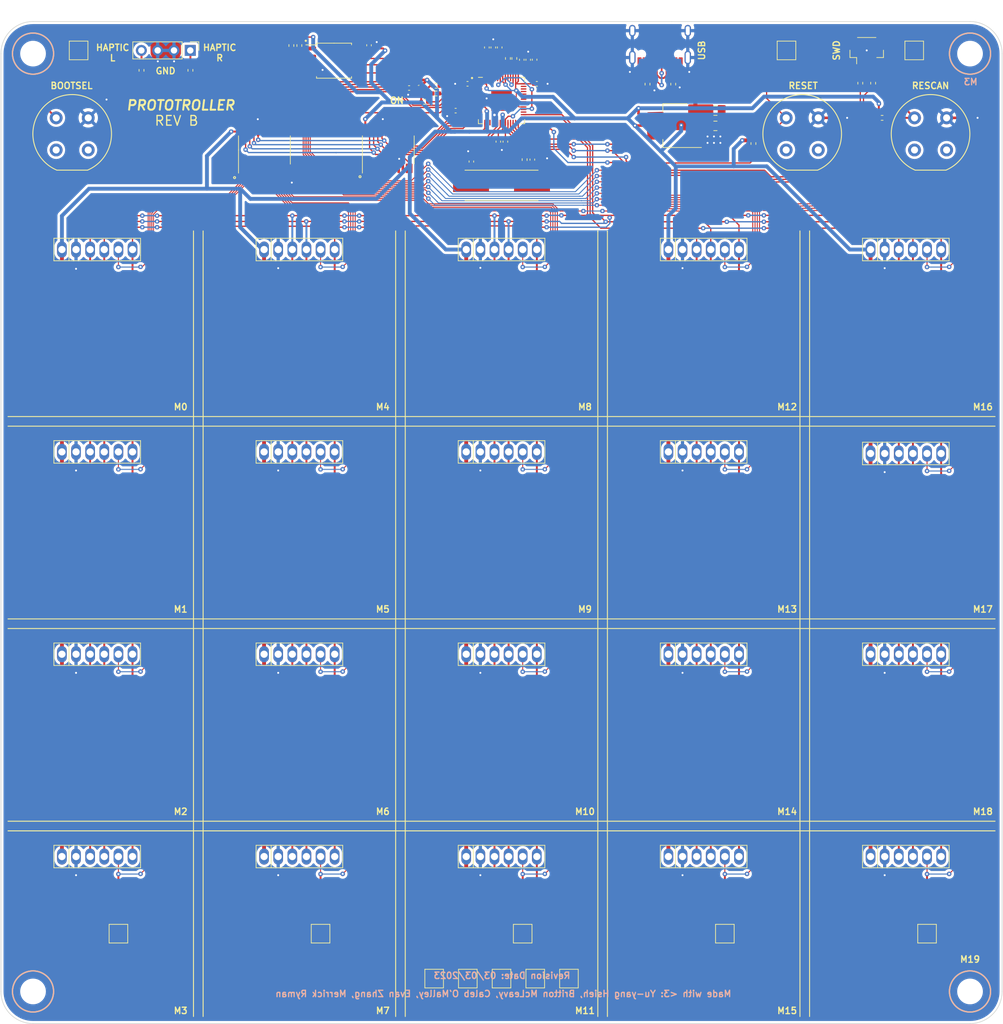
<source format=kicad_pcb>
(kicad_pcb (version 20211014) (generator pcbnew)
  (layers (0 "F.Cu" signal) (31 "B.Cu" signal) (34 "B.Paste" user) (35 "F.Paste" user) (36 "B.SilkS" user "B.Silkscreen") (37 "F.SilkS" user "F.Silkscreen") (38 "B.Mask" user) (39 "F.Mask" user) (44 "Edge.Cuts" user))
  (net 0 "")
  (net 1 "VBUS")
  (net 2 "GND")
  (net 3 "+3V3")
  (net 4 "+1V1")
  (net 5 "/XTAL_IN")
  (net 6 "/XTAL_OUT_PRE")
  (net 7 "/LB")
  (net 8 "/LG")
  (net 9 "/LR")
  (net 10 "/CONN_SWDIO")
  (net 11 "/CONN_SWCLK")
  (net 12 "/CC1_USB")
  (net 13 "/USB_D+")
  (net 14 "/USB_D-")
  (net 15 "/CC2_USB")
  (net 16 "/CONN_HAP_L")
  (net 17 "/CONN_HAP_R")
  (net 18 "/5-to-32/SPI_CSN0")
  (net 19 "SPI0_TX")
  (net 20 "SPI0_RX")
  (net 21 "SPI0_SCLK")
  (net 22 "/5-to-32/SPI_CSN1")
  (net 23 "/5-to-32/SPI_CSN2")
  (net 24 "/5-to-32/SPI_CSN3")
  (net 25 "/5-to-32/SPI_CSN4")
  (net 26 "/5-to-32/SPI_CSN5")
  (net 27 "/5-to-32/SPI_CSN6")
  (net 28 "/5-to-32/SPI_CSN7")
  (net 29 "/5-to-32/SPI_CSN8")
  (net 30 "/5-to-32/SPI_CSN9")
  (net 31 "/5-to-32/SPI_CSN10")
  (net 32 "/5-to-32/SPI_CSN11")
  (net 33 "/5-to-32/SPI_CSN12")
  (net 34 "/5-to-32/SPI_CSN13")
  (net 35 "/5-to-32/SPI_CSN14")
  (net 36 "/5-to-32/SPI_CSN15")
  (net 37 "/5-to-32/SPI_CSN16")
  (net 38 "/5-to-32/SPI_CSN17")
  (net 39 "/5-to-32/SPI_CSN18")
  (net 40 "/5-to-32/SPI_CSN19")
  (net 41 "/LED_R")
  (net 42 "/LED_G")
  (net 43 "/LED_B")
  (net 44 "/SWDIO")
  (net 45 "/SWCLK")
  (net 46 "/RUN_N")
  (net 47 "/RESCAN_N")
  (net 48 "/USB_D+I")
  (net 49 "/USB_D-I")
  (net 50 "/BOOTSEL_N")
  (net 51 "/QSPI_NSS")
  (net 52 "/XTAL_OUT")
  (net 53 "/HAP_L")
  (net 54 "/HAP_R")
  (net 56 "E0N_A")
  (net 57 "E0N_B")
  (net 58 "A3")
  (net 59 "A2")
  (net 60 "A1")
  (net 61 "A0")
  (net 75 "/QSPI_SD3")
  (net 76 "/QSPI_SCLK")
  (net 77 "/QSPI_SD0")
  (net 78 "/QSPI_SD2")
  (net 79 "/QSPI_SD1")
  (net 93 "unconnected-(J1-PadMP)")
  (footprint "Connector_USB:USB_C_Receptacle_GCT_USB4105-xx-A_16P_TopMnt_Horizontal" (layer "F.Cu") (at 119.7 20.5 180)
    (fp_text reference "J2" hide)
    (fp_text value "USB_C_Receptacle_USB2.0")
  )
  (footprint "Resistor_SMD:R_0402_1005Metric" (layer "F.Cu") (at 38.9 25.6 90)
    (fp_text reference "R15" hide)
    (fp_text value "49R9")
  )
  (footprint "TestPoint:TestPoint_Pad_2.5x2.5mm" (layer "F.Cu") (at 100.25 167)
    (fp_text reference "TP7" hide)
    (fp_text value "TestPoint")
  )
  (footprint "Resistor_SMD:R_0402_1005Metric" (layer "F.Cu") (at 98.6 39.5 90)
    (fp_text reference "R13" hide)
    (fp_text value "1k")
  )
  (footprint "Capacitor_SMD:C_0402_1005Metric" (layer "F.Cu") (at 99.154913 23.953027 90)
    (fp_text reference "C7" hide)
    (fp_text value "1u")
  )
  (footprint "prototroller_footprints:Mag_Pogo_6P_P2.2mm_Female" (layer "F.Cu") (at 63.5 116.5)
    (fp_text reference "M6")
    (fp_text value "Conn_01x06_Male")
  )
  (footprint "Capacitor_SMD:C_0402_1005Metric" (layer "F.Cu") (at 90.3 39.8 -90)
    (fp_text reference "C12" hide)
    (fp_text value "27p")
  )
  (footprint "Capacitor_SMD:C_0402_1005Metric" (layer "F.Cu") (at 100.5 27.7)
    (fp_text reference "C9" hide)
    (fp_text value "100n")
  )
  (footprint "TestPoint:TestPoint_Pad_2.5x2.5mm" (layer "F.Cu") (at 139.4 22.5)
    (fp_text reference "TP2" hide)
    (fp_text value "TestPoint")
  )
  (footprint "Resistor_SMD:R_0402_1005Metric" (layer "F.Cu") (at 84.8 29.2 180)
    (fp_text reference "R2" hide)
    (fp_text value "1k")
  )
  (footprint "prototroller_footprints:Mag_Pogo_6P_P2.2mm_Female" (layer "F.Cu") (at 158 116.5)
    (fp_text reference "M18")
    (fp_text value "Conn_01x06_Male")
  )
  (footprint "Resistor_SMD:R_0402_1005Metric" (layer "F.Cu") (at 63.5 21.74 90)
    (fp_text reference "R14" hide)
    (fp_text value "10k")
  )
  (footprint "Package_DFN_QFN:QFN-56-1EP_7x7mm_P0.4mm_EP3.2x3.2mm" (layer "F.Cu") (at 95 30.3)
    (fp_text reference "U2" hide)
    (fp_text value "RP2040")
  )
  (footprint "prototroller_footprints:Mag_Pogo_6P_P2.2mm_Female" (layer "F.Cu") (at 63.5 148)
    (fp_text reference "M7")
    (fp_text value "Conn_01x06_Male")
  )
  (footprint "Capacitor_SMD:C_0805_2012Metric" (layer "F.Cu") (at 128.325 34.25 180)
    (fp_text reference "C2" hide)
    (fp_text value "10u")
  )
  (footprint "Resistor_SMD:R_0402_1005Metric" (layer "F.Cu") (at 84.8 28 180)
    (fp_text reference "R1" hide)
    (fp_text value "1k")
  )
  (footprint "Resistor_SMD:R_0402_1005Metric" (layer "F.Cu") (at 121.75 27.75 -90)
    (fp_text reference "R6" hide)
    (fp_text value "5k1")
  )
  (footprint "Capacitor_SMD:C_0402_1005Metric" (layer "F.Cu") (at 99.8 39.5 -90)
    (fp_text reference "C13" hide)
    (fp_text value "27p")
  )
  (footprint "Resistor_SMD:R_0402_1005Metric" (layer "F.Cu") (at 97 23.75 -90)
    (fp_text reference "R10" hide)
    (fp_text value "27R4")
  )
  (footprint "MountingHole:MountingHole_3.2mm_M3" (layer "F.Cu") (at 22 23)
    (fp_text reference "H1" hide)
    (fp_text value "MountingHole")
  )
  (footprint "prototroller_footprints:Mag_Pogo_6P_P2.2mm_Female" (layer "F.Cu") (at 95 85)
    (fp_text reference "M9")
    (fp_text value "Conn_01x06_Male")
  )
  (footprint "MountingHole:MountingHole_3.2mm_M3" (layer "F.Cu") (at 168 23)
    (fp_text reference "H3" hide)
    (fp_text value "MountingHole")
  )
  (footprint "prototroller_footprints:Switch_D6C40F1LFS" (layer "F.Cu") (at 159.35 33)
    (fp_text reference "SW1" hide)
    (fp_text value "SW_Push")
  )
  (footprint "Capacitor_SMD:C_0402_1005Metric" (layer "F.Cu") (at 98.154913 23.953027 90)
    (fp_text reference "C6" hide)
    (fp_text value "1u")
  )
  (footprint "Resistor_SMD:R_0402_1005Metric" (layer "F.Cu") (at 152.9 27.6 -90)
    (fp_text reference "R4" hide)
    (fp_text value "49R9")
  )
  (footprint "prototroller_footprints:Mag_Pogo_6P_P2.2mm_Female" (layer "F.Cu") (at 63.5 85)
    (fp_text reference "M5")
    (fp_text value "Conn_01x06_Male")
  )
  (footprint "prototroller_footprints:Mag_Pogo_6P_P2.2mm_Female" (layer "F.Cu") (at 32 53.5)
    (fp_text reference "M0")
    (fp_text value "Conn_01x06_Male")
  )
  (footprint "prototroller_footprints:Mag_Pogo_6P_P2.2mm_Female" (layer "F.Cu") (at 63.5 53.5)
    (fp_text reference "M4")
    (fp_text value "Conn_01x06_Male")
  )
  (footprint "Resistor_SMD:R_0402_1005Metric" (layer "F.Cu") (at 83 30.5 180)
    (fp_text reference "R3" hide)
    (fp_text value "1k")
  )
  (footprint "Capacitor_SMD:C_0402_1005Metric" (layer "F.Cu") (at 100.154913 23.946769 90)
    (fp_text reference "C8" hide)
    (fp_text value "100n")
  )
  (footprint "TestPoint:TestPoint_Pad_2.5x2.5mm" (layer "F.Cu") (at 84.5 167)
    (fp_text reference "TP4" hide)
    (fp_text value "TestPoint")
  )
  (footprint "Capacitor_SMD:C_0402_1005Metric" (layer "F.Cu") (at 94.712859 22.041473 90)
    (fp_text reference "C16" hide)
    (fp_text value "100n")
  )
  (footprint "Capacitor_SMD:C_0805_2012Metric" (layer "F.Cu") (at 128.325 31.875)
    (fp_text reference "C1" hide)
    (fp_text value "10u")
  )
  (footprint "TestPoint:TestPoint_Pad_2.5x2.5mm" (layer "F.Cu") (at 159.3 22.5)
    (fp_text reference "TP1" hide)
    (fp_text value "TestPoint")
  )
  (footprint "TestPoint:TestPoint_Pad_2.5x2.5mm" (layer "F.Cu") (at 105.5 167)
    (fp_text reference "TP8" hide)
    (fp_text value "TestPoint")
  )
  (footprint "Capacitor_SMD:C_0402_1005Metric" (layer "F.Cu") (at 93.712859 22.041473 90)
    (fp_text reference "C15" hide)
    (fp_text value "100n")
  )
  (footprint "MountingHole:MountingHole_3.2mm_M3" (layer "F.Cu") (at 22 169)
    (fp_text reference "H2" hide)
    (fp_text value "MountingHole")
  )
  (footprint "prototroller_footprints:Mag_Pogo_6P_P2.2mm_Female" (layer "F.Cu") (at 32 116.5)
    (fp_text reference "M2")
    (fp_text value "Conn_01x06_Male")
  )
  (footprint "prototroller_footprints:Mag_Pogo_6P_P2.2mm_Female" (layer "F.Cu") (at 158 85.25)
    (fp_text reference "M17")
    (fp_text value "Conn_01x06_Male")
  )
  (footprint "prototroller_footprints:Mag_Pogo_6P_P2.2mm_Female" (layer "F.Cu") (at 32 148)
    (fp_text reference "M3")
    (fp_text value "Conn_01x06_Male")
  )
  (footprint "prototroller_footprints:Mag_Pogo_6P_P2.2mm_Female" (layer "F.Cu") (at 158 53.5)
    (fp_text reference "M16")
    (fp_text value "Conn_01x06_Male")
  )
  (footprint "Resistor_SMD:R_0402_1005Metric" (layer "F.Cu") (at 62.25 21.74 -90)
    (fp_text reference "R12" hide)
    (fp_text value "1k")
  )
  (footprint "Resistor_SMD:R_0402_1005Metric" (layer "F.Cu") (at 154.3 33)
    (fp_text reference "R8" hide)
    (fp_text value "10k")
  )
  (footprint "Resistor_SMD:R_0402_1005Metric" (layer "F.Cu") (at 150.9 27.6 -90)
    (fp_text reference "R5" hide)
    (fp_text value "49R9")
  )
  (footprint "Resistor_SMD:R_0402_1005Metric" (layer "F.Cu") (at 46.52 25.6 90)
    (fp_text reference "R16" hide)
    (fp_text value "49R9")
  )
  (footprint "TestPoint:TestPoint_Pad_2.5x2.5mm" (layer "F.Cu") (at 35.3 160)
    (fp_text reference "TP9" hide)
    (fp_text value "TestPoint")
  )
  (footprint "TestPoint:TestPoint_Pad_2.5x2.5mm" (layer "F.Cu") (at 129.8 160)
    (fp_text reference "TP12" hide)
    (fp_text value "TestPoint")
  )
  (footprint "prototroller_footprints:XTAL_ABLS-12.000MHZ-B4-T" (layer "F.Cu") (at 95 43.5 180)
    (fp_text reference "Y1" hide)
    (fp_text value "ABLS-12.000MHZ-B4-T")
  )
  (footprint "Capacitor_SMD:C_0402_1005Metric" (layer "F.Cu") (at 95.6 36.7 -90)
    (fp_text reference "C4" hide)
    (fp_text value "100n")
  )
  (footprint "Connector_PinHeader_2.54mm:PinHeader_1x04_P2.54mm_Vertical" (layer "F.Cu") (at 46.5 22.5 -90)
    (fp_text reference "J3" hide)
    (fp_text value "Conn_01x04_Male")
  )
  (footprint "prototroller_footprints:Mag_Pogo_6P_P2.2mm_Female" (layer "F.Cu") (at 126.5 148)
    (fp_text reference "M15")
    (fp_text value "Conn_01x06_Male")
  )
  (footprint "prototroller_footprints:LED_Cree-UHD111A" (layer "F.Cu") (at 82.8 28.6 90)
    (fp_text reference "D1" hide)
    (fp_text value "LED_RGB")
  )
  (footprint "prototroller_footprints:Mag_Pogo_6P_P2.2mm_Female" (layer "F.Cu") (at 126.5 53.5)
    (fp_text reference "M12")
    (fp_text value "Conn_01x06_Male")
  )
  (footprint "Resistor_SMD:R_0402_1005Metric" (layer "F.Cu") (at 117.75 27.75 -90)
    (fp_text reference "R7" hide)
    (fp_text value "5k1")
  )
  (footprint "Capacitor_SMD:C_0402_1005Metric" (layer "F.Cu") (at 74.35 21.7 90)
    (fp_text reference "C17" hide)
    (fp_text value "100n")
  )
  (footprint "Capacitor_SMD:C_0402_1005Metric" (layer "F.Cu") (at 89.7 27.7 180)
    (fp_text reference "C14" hide)
    (fp_text value "100n")
  )
  (footprint "MountingHole:MountingHole_3.2mm_M3" (layer "F.Cu") (at 168 169)
    (fp_text reference "H4" hide)
    (fp_text value "MountingHole")
  )
  (footprint "TestPoint:TestPoint_Pad_2.5x2.5mm" (layer "F.Cu") (at 29.1 22.5)
    (fp_text reference "TP3" hide)
    (fp_text value "TestPoint")
  )
  (footprint "prototroller_footprints:Mag_Pogo_6P_P2.2mm_Female" (layer "F.Cu") (at 95 116.5)
    (fp_text reference "M10")
    (fp_text value "Conn_01x06_Male")
  )
  (footprint "Resistor_SMD:R_0402_1005Metric" (layer "F.Cu") (at 96 23.75 -90)
    (fp_text reference "R9" hide)
    (fp_text value "27R4")
  )
  (footprint "TestPoint:TestPoint_Pad_2.5x2.5mm" (layer "F.Cu") (at 161.3 160)
    (fp_text reference "TP13" hide)
    (fp_text value "TestPoint")
  )
  (footprint "prototroller_footprints:Mag_Pogo_6P_P2.2mm_Female" (layer "F.Cu") (at 126.5 116.5)
    (fp_text reference "M14")
    (fp_text value "Conn_01x06_Male")
  )
  (footprint "Connector_JST:JST_SH_BM03B-SRSS-TB_1x03-1MP_P1.00mm_Vertical" (layer "F.Cu") (at 151.9 22.5)
    (fp_text reference "J1" hide)
    (fp_text value "Conn_01x03_MountingPin")
  )
  (footprint "prototroller_footprints:Mag_Pogo_6P_P2.2mm_Female" (layer "F.Cu") (at 95 148)
    (fp_text reference "M11")
    (fp_text value "Conn_01x06_Male")
  )
  (footprint "Capacitor_SMD:C_0402_1005Metric" (layer "F.Cu") (at 80.6 28.35 180)
    (fp_text reference "C3" hide)
    (fp_text value "100n")
  )
  (footprint "prototroller_footprints:Mag_Pogo_6P_P2.2mm_Female" (layer "F.Cu") (at 158 148)
    (fp_text reference "M19")
    (fp_text value "Conn_01x06_Male")
  )
  (footprint "prototroller_footprints:Mag_Pogo_6P_P2.2mm_Female" (layer "F.Cu") (at 95 53.5)
    (fp_text reference "M8")
    (fp_text value "Conn_01x06_Male")
  )
  (footprint "TestPoint:TestPoint_Pad_2.5x2.5mm" (layer "F.Cu") (at 89.75 167)
    (fp_text reference "TP5" hide)
    (fp_text value "TestPoint")
  )
  (footprint "prototroller_footprints:Mag_Pogo_6P_P2.2mm_Female" (layer "F.Cu") (at 126.5 85)
    (fp_text reference "M13")
    (fp_text value "Conn_01x06_Male")
  )
  (footprint "Package_TO_SOT_SMD:SOT-223-3_TabPin2" (layer "F.Cu") (at 122.05 34.2 180)
    (fp_text reference "U1" hide)
    (fp_text value "NCP1117-3.3_SOT223")
  )
  (footprint "Capacitor_SMD:C_0402_1005Metric" (layer "F.Cu") (at 92.712859 22.041473 90)
    (fp_text reference "C5" hide)
    (fp_text value "100n")
  )
  (footprint "Package_SO:TSSOP-24_4.4x7.8mm_P0.65mm" (layer "F.Cu") (at 77.35 38 90)
    (fp_text reference "U5" hide)
    (fp_text value "74HCT154PW,118")
  )
  (footprint "Capacitor_SMD:C_0402_1005Metric" (layer "F.Cu") (at 94.5 36.7 -90)
    (fp_text reference "C10" hide)
    (fp_text value "100n")
  )
  (footprint "Package_SO:SOIC-8_5.23x5.23mm_P1.27mm" (layer "F.Cu") (at 68.9 24.1)
    (fp_text reference "U3" hide)
    (fp_text value "W25Q16JVSSIQ")
  )
  (footprint "TestPoint:TestPoint_Pad_2.5x2.5mm" (layer "F.Cu") (at 98.3 160)
    (fp_text reference "TP11" hide)
    (fp_text value "TestPoint")
  )
  (footprint "Package_SO:TSSOP-24_4.4x7.8mm_P0.65mm" (layer "F.Cu") (at 58.05 38 90)
    (fp_text reference "U4" hide)
    (fp_text value "74HCT154PW,118")
  )
  (footprint "prototroller_footprints:Switch_D6C40F1LFS" (layer "F.Cu") (at 139.35 33)
    (fp_text reference "SW2" hide)
    (fp_text value "SW_Push")
  )
  (footprint "TestPoint:TestPoint_Pad_2.5x2.5mm" (layer "F.Cu") (at 95 167)
    (fp_text reference "TP6" hide)
    (fp_text value "TestPoint")
  )
  (footprint "Resistor_SMD:R_0402_1005Metric" (layer "F.Cu") (at 134.25 37 -90)
    (fp_text reference "R11" hide)
    (fp_text value "10k")
  )
  (footprint "prototroller_footprints:Switch_D6C40F1LFS" (layer "F.Cu") (at 25.6 33)
    (fp_text reference "SW3" hide)
    (fp_text value "SW_Push")
  )
  (footprint "Capacitor_SMD:C_0402_1005Metric" (layer "F.Cu") (at 87.85 31.875 180)
    (fp_text reference "C11" hide)
    (fp_text value "100n")
  )
  (footprint "TestPoint:TestPoint_Pad_2.5x2.5mm" (layer "F.Cu") (at 66.8 160)
    (fp_text reference "TP10" hide)
    (fp_text value "TestPoint")
  )
  (footprint "prototroller_footprints:Mag_Pogo_6P_P2.2mm_Female" (layer "F.Cu") (at 32 85)
    (fp_text reference "M1")
    (fp_text value "Conn_01x06_Male")
  )
  (gr_circle (center 21.998438 169) (end 25.2 169) (layer "B.SilkS") (width 0.2) (fill none))
  (gr_circle (center 22 23) (end 25.201562 23) (layer "B.SilkS") (width 0.2) (fill none))
  (gr_circle (center 168.001562 23) (end 171.203124 23) (layer "B.SilkS") (width 0.2) (fill none))
  (gr_circle (center 168 169.001562) (end 171.201562 169.001562) (layer "B.SilkS") (width 0.2) (fill none))
  (gr_line (start 80 50.6) (end 80 172.9) (layer "F.SilkS") (width 0.15))
  (gr_line (start 141.5 50.6) (end 141.5 172.9) (layer "F.SilkS") (width 0.15))
  (gr_line (start 171.9 81) (end 18.1 81) (layer "F.SilkS") (width 0.15))
  (gr_line (start 171.9 111) (end 18.1 111) (layer "F.SilkS") (width 0.15))
  (gr_line (start 143 50.6) (end 143 172.9) (layer "F.SilkS") (width 0.15))
  (gr_circle (center 22 23) (end 25.201562 23) (layer "F.SilkS") (width 0.2) (fill none))
  (gr_line (start 78.5 50.6) (end 78.5 172.9) (layer "F.SilkS") (width 0.15))
  (gr_circle (center 167.998438 169) (end 171.2 169) (layer "F.SilkS") (width 0.2) (fill none))
  (gr_line (start 171.9 79.5) (end 18.1 79.5) (layer "F.SilkS") (width 0.15))
  (gr_circle (center 21.998438 169) (end 25.2 169) (layer "F.SilkS") (width 0.2) (fill none))
  (gr_circle (center 53.4 42.3) (end 53.45 42.45) (layer "F.SilkS") (width 0.15) (fill none))
  (gr_line (start 111.5 50.6) (end 111.5 172.9) (layer "F.SilkS") (width 0.15))
  (gr_line (start 171.9 112.5) (end 18.1 112.5) (layer "F.SilkS") (width 0.15))
  (gr_circle (center 167.998438 23) (end 171.2 23) (layer "F.SilkS") (width 0.2) (fill none))
  (gr_circle (center 72.95 42.158113) (end 73 42.308113) (layer "F.SilkS") (width 0.15) (fill none))
  (gr_line (start 171.9 142.5) (end 18.1 142.5) (layer "F.SilkS") (width 0.15))
  (gr_line (start 47 50.6) (end 47 172.9) (layer "F.SilkS") (width 0.15))
  (gr_circle (center 90.4 26.8) (end 90.4 26.9) (layer "F.SilkS") (width 0.15) (fill none))
  (gr_line (start 171.9 144) (end 18.1 144) (layer "F.SilkS") (width 0.15))
  (gr_circle (center 64.5 21) (end 64.5 21.1) (layer "F.SilkS") (width 0.15) (fill none))
  (gr_line (start 48.5 50.6) (end 48.5 172.9) (layer "F.SilkS") (width 0.15))
  (gr_line (start 110 50.6) (end 110 172.9) (layer "F.SilkS") (width 0.15))
  (gr_line (start 168 174) (end 22 174) (layer "Edge.Cuts") (width 0.1))
  (gr_arc (start 17 23) (mid 18.464466 19.464466) (end 22 18) (layer "Edge.Cuts") (width 0.1))
  (gr_line (start 22 18) (end 121.5 18) (layer "Edge.Cuts") (width 0.1))
  (gr_line (start 17 169) (end 17 23) (layer "Edge.Cuts") (width 0.1))
  (gr_arc (start 22 174) (mid 18.464466 172.535534) (end 17 169) (layer "Edge.Cuts") (width 0.1))
  (gr_arc (start 168 18) (mid 171.535534 19.464466) (end 173 23) (layer "Edge.Cuts") (width 0.1))
  (gr_line (start 168 18) (end 121.5 18) (layer "Edge.Cuts") (width 0.1))
  (gr_line (start 173 23) (end 173 169) (layer "Edge.Cuts") (width 0.1))
  (gr_arc (start 173 169) (mid 171.535534 172.535534) (end 168 174) (layer "Edge.Cuts") (width 0.1))
  (gr_text "Made with <3: Yu-yang Hsieh, Britton McLeavy, Caleb O'Malley, Evan Zhang, Merrick Ryman" (at 95.28 169.36) (layer "B.SilkS") (effects (font (size 1 1) (thickness 0.2)) (justify mirror)))
  (gr_text "Revision Date: 03/03/2023" (at 95.07 166.53) (layer "B.SilkS") (effects (font (size 1 1) (thickness 0.2)) (justify mirror)))
  (gr_text "M3" (at 168.1 27.4) (layer "B.SilkS") (effects (font (size 1 1) (thickness 0.2)) (justify mirror)))
  (gr_text "PROTOTROLLER" (at 45.01 31.05) (layer "F.SilkS") (effects (font (size 1.5 1.5) (thickness 0.3) italic)))
  (gr_text "HAPTIC\nL" (at 34.4 22.873436) (layer "F.SilkS") (effects (font (size 1 1) (thickness 0.2))))
  (gr_text "HAPTIC\nR" (at 51.075 22.873436) (layer "F.SilkS") (effects (font (size 1 1) (thickness 0.2))))
  (gr_text "RESCAN" (at 161.846283 28) (layer "F.SilkS") (effects (font (size 1 1) (thickness 0.2))))
  (gr_text "USB" (at 126.2 22.5 90) (layer "F.SilkS") (effects (font (size 1 1) (thickness 0.2))))
  (gr_text "GND" (at 42.65 25.7) (layer "F.SilkS") (effects (font (size 1 1) (thickness 0.2))))
  (gr_text "BOOTSEL" (at 28 28) (layer "F.SilkS") (effects (font (size 1 1) (thickness 0.2))))
  (gr_text "RESET" (at 142 28) (layer "F.SilkS") (effects (font (size 1 1) (thickness 0.2))))
  (gr_text "ON" (at 78.7 30.3) (layer "F.SilkS") (effects (font (size 1 1) (thickness 0.2))))
  (gr_text "REV B" (at 44.36 33.45) (layer "F.SilkS") (effects (font (size 1.5 1.5) (thickness 0.2))))
  (gr_text "SWD" (at 147.2 22.5 90) (layer "F.SilkS") (effects (font (size 1 1) (thickness 0.2))))
  (segment (start 122.1 24.18) (end 122.1 25.6) (width 0.6) (layer "F.Cu") (net 1))
  (segment (start 125.2 31.9) (end 125.2 30.6) (width 0.6) (layer "F.Cu") (net 1))
  (segment (start 116 27.2) (end 117.3 25.9) (width 0.6) (layer "F.Cu") (net 1))
  (segment (start 125.2 28.7) (end 125.2 31.9) (width 0.6) (layer "F.Cu") (net 1))
  (segment (start 116 28.9) (end 116 27.2) (width 0.6) (layer "F.Cu") (net 1))
  (segment (start 124.4 29.8) (end 116.9 29.8) (width 0.6) (layer "F.Cu") (net 1))
  (segment (start 122.1 25.6) (end 125.2 28.7) (width 0.6) (layer "F.Cu") (net 1))
  (segment (start 117.3 25.9) (end 117.3 24.18) (width 0.6) (layer "F.Cu") (net 1))
  (segment (start 116.9 29.8) (end 116 28.9) (width 0.6) (layer "F.Cu") (net 1))
  (segment (start 125.2 30.6) (end 124.4 29.8) (width 0.6) (layer "F.Cu") (net 1))
  (segment (start 93.9 32.55) (end 94 32.65) (width 0.2) (layer "F.Cu") (net 2))
  (segment (start 28.7 148) (end 28.7 150.9) (width 0.4) (layer "F.Cu") (net 2))
  (segment (start 123.2 116.5) (end 123.2 119.4) (width 0.4) (layer "F.Cu") (net 2))
  (segment (start 123.2 53.5) (end 123.2 56.4) (width 0.4) (layer "F.Cu") (net 2))
  (segment (start 151.9 24.325) (end 151.9 22.5) (width 0.3) (layer "F.Cu") (net 2))
  (segment (start 94 32.65) (end 94 33.7375) (width 0.2) (layer "F.Cu") (net 2))
  (segment (start 122.9 25) (end 123.75 25.85) (width 0.4) (layer "F.Cu") (net 2))
  (segment (start 100.98 27.7) (end 102.175 27.7) (width 0.4) (layer "F.Cu") (net 2))
  (segment (start 91.7 53.5) (end 91.7 56.35) (width 0.4) (layer "F.Cu") (net 2))
  (segment (start 80.925 40.8625) (end 80.925 40.312552) (width 0.2) (layer "F.Cu") (net 2))
  (segment (start 61.625 42.385) (end 62.32 43.08) (width 0.2) (layer "F.Cu") (net 2))
  (segment (start 89.8 38.2) (end 90.3 38.7) (width 0.6) (layer "F.Cu") (net 2))
  (segment (start 118.8235 28.7235) (end 118.2135 28.7235) (width 0.4) (layer "F.Cu") (net 2))
  (segment (start 123.75 25.85) (end 124.25 25.85) (width 0.4) (layer "F.Cu") (net 2))
  (segment (start 74.35 21.22) (end 75.53 21.22) (width 0.4) (layer "F.Cu") (net 2))
  (segment (start 57.725 35.1375) (end 57.725 33.915) (width 0.2) (layer "F.Cu") (net 2))
  (segment (start 77.025 35.1375) (end 77.025 33.725) (width 0.2) (layer "F.Cu") (net 2))
  (segment (start 115.55 25.85) (end 115 25.85) (width 0.4) (layer "F.Cu") (net 2))
  (segment (start 91.7 85) (end 91.7 87.9) (width 0.4) (layer "F.Cu") (net 2))
  (segment (start 65.3 26.005) (end 66.645 26.005) (width 0.4) (layer "F.Cu") (net 2))
  (segment (start 60.2 148) (end 60.2 150.9) (width 0.4) (layer "F.Cu") (net 2))
  (segment (start 28.7 53.5) (end 28.7 56.5) (width 0.4) (layer "F.Cu") (net 2))
  (segment (start 89.75 160) (end 89.75 167) (width 0.4) (layer "F.Cu") (net 2))
  (segment (start 57.725 33.915) (end 57.02 33.21) (width 0.2) (layer "F.Cu") (net 2))
  (segment (start 91.7 158.05) (end 89.75 160) (width 0.4) (layer "F.Cu") (net 2))
  (segment (start 80.12 28.35) (end 80.12 29.07) (width 0.4) (layer "F.Cu") (net 2))
  (segment (start 101.3 39) (end 99.82 39) (width 0.4) (layer "F.Cu") (net 2))
  (segment (start 123.2 148) (end 123.2 150.9) (width 0.4) (layer "F.Cu") (net 2))
  (segment (start 75.53 21.22) (end 75.55 21.2) (width 0.4) (layer "F.Cu") (net 2))
  (segment (start 118.2135 28.7235) (end 117.75 28.26) (width 0.4) (layer "F.Cu") (net 2))
  (segment (start 154.7 85.25) (end 154.7 88.15) (width 0.4) (layer "F.Cu") (net 2))
  (segment (start 66.645 26.005) (end 67.1125 25.5375) (width 0.4) (layer "F.Cu") (net 2))
  (segment (start 154.7 53.5) (end 154.7 56.4) (width 0.4) (layer "F.Cu") (net 2))
  (segment (start 123.2 85) (end 123.2 87.9) (width 0.4) (layer "F.Cu") (net 2))
  (segment (start 28.7 116.5) (end 28.7 119.4) (width 0.4) (layer "F.Cu") (net 2))
  (segment (start 77.025 33.725) (end 76.5 33.2) (width 0.2) (layer "F.Cu") (net 2))
  (segment (start 91.7 150.9) (end 91.7 158.05) (width 0.4) (layer "F.Cu") (net 2))
  (segment (start 86.525 32.725) (end 86.525 32.72) (width 0.4) (layer "F.Cu") (net 2))
  (segment (start 80.925 40.312552) (end 79.992448 39.38) (width 0.2) (layer "F.Cu") (net 2))
  (segment (start 164.35 33) (end 169.175 33) (width 0.4) (layer "F.Cu") (net 2))
  (segment (start 89.22 27.7) (end 87.775 27.7) (width 0.4) (layer "F.Cu") (net 2))
  (segment (start 101.6 39.3) (end 101.3 39) (width 0.4) (layer "F.Cu") (net 2))
  (segment (start 91.7 116.5) (end 91.7 119.4) (width 0.4) (layer "F.Cu") (net 2))
  (segment (start 80.12 29.07) (end 80.45 29.4) (width 0.4) (layer "F.Cu") (net 2))
  (segment (start 154.7 116.5) (end 154.7 119.4) (width 0.4) (layer "F.Cu") (net 2))
  (segment (start 116.5 24.9) (end 116.5 24.18) (width 0.4) (layer "F.Cu") (net 2))
  (segment (start 122.9 24.18) (end 122.9 25) (width 0.4) (layer "F.Cu") (net 2))
  (segment (start 90.3 38.7) (end 90.3 39.32) (width 0.6) (layer "F.Cu") (net 2))
  (segment (start 61.625 40.8625) (end 61.625 42.385) (width 0.2) (layer "F.Cu") (net 2))
  (segment (start 93 30.3) (end 92.675 29.975) (width 0.4) (layer "F.Cu") (net 2))
  (segment (start 60.2 85) (end 60.2 87.9) (width 0.4) (layer "F.Cu") (net 2))
  (segment (start 99.82 39) (end 99.8 39.02) (width 0.4) (layer "F.Cu") (net 2))
  (segment (start 60.2 116.5) (end 60.2 119.4) (width 0.4) (layer "F.Cu") (net 2))
  (segment (start 60.2 53.5) (end 60.2 56.4) (width 0.4) (layer "F.Cu") (net 2))
  (segment (start 28.7 85) (end 28.7 87.9) (width 0.4) (layer "F.Cu") (net 2))
  (segment (start 91.7 148) (end 91.7 150.9) (width 0.4) (layer "F.Cu") (net 2))
  (segment (start 122.76 28.26) (end 121.75 28.26) (width 0.4) (layer "F.Cu") (net 2))
  (segment (start 95 30.3) (end 93 30.3) (width 0.4) (layer "F.Cu") (net 2))
  (segment (start 116.5 24.9) (end 115.55 25.85) (width 0.4) (layer "F.Cu") (net 2))
  (segment (start 144.35 33) (end 148.85 33) (width 0.4) (layer "F.Cu") (net 2))
  (segment (start 30.6 33) (end 33.45 30.15) (width 0.4) (layer "F.Cu") (net 2))
  (segment (start 79.992448 39.38) (end 79.05 39.38) (width 0.2) (layer "F.Cu") (net 2))
  (segment (start 102.1 39.3) (end 101.6 39.3) (width 0.4) (layer "F.Cu") (net 2))
  (segment (start 154.7 148) (end 154.7 150.9) (width 0.4) (layer "F.Cu") (net 2))
  (segment (start 86.525 32.72) (end 87.37 31.875) (width 0.4) (layer "F.Cu") (net 2))
  (via (at 80.45 29.4) (size 0.7) (drill 0.3) (layers "F.Cu" "B.Cu") (net 2))
  (via (at 154.7 150.9) (size 0.7) (drill 0.3) (layers "F.Cu" "B.Cu") (net 2))
  (via (at 67.1125 25.5375) (size 0.7) (drill 0.3) (layers "F.Cu" "B.Cu") (net 2))
  (via (at 89.8 38.2) (size 0.7) (drill 0.3) (layers "F.Cu" "B.Cu") (net 2))
  (via (at 148.85 33) (size 0.7) (drill 0.3) (layers "F.Cu" "B.Cu") (net 2))
  (via (at 87.775 27.7) (size 0.7) (drill 0.3) (layers "F.Cu" "B.Cu") (net 2))
  (via (at 43.975 24.198436) (size 0.7) (drill 0.3) (layers "F.Cu" "B.Cu") (net 2))
  (via (at 127.1 36.9) (size 0.7) (drill 0.3) (layers "F.Cu" "B.Cu") (net 2))
  (via (at 60.2 119.4) (size 0.7) (drill 0.3) (layers "F.Cu" "B.Cu") (net 2))
  (via (at 60.2 150.9) (size 0.7) (drill 0.3) (layers "F.Cu" "B.Cu") (net 2))
  (via (at 91.7 87.9) (size 0.7) (drill 0.3) (layers "F.Cu" "B.Cu") (net 2))
  (via (at 57.02 33.21) (size 0.7) (drill 0.3) (layers "F.Cu" "B.Cu") (net 2))
  (via (at 91.7 150.9) (size 0.7) (drill 0.3) (layers "F.Cu" "B.Cu") (net 2))
  (via (at 123.2 119.4) (size 0.7) (drill 0.3) (layers "F.Cu" "B.Cu") (net 2))
  (via (at 60.2 87.9) (size 0.7) (drill 0.3) (layers "F.Cu" "B.Cu") (net 2))
  (via (at 76.5 33.2) (size 0.7) (drill 0.3) (layers "F.Cu" "B.Cu") (net 2))
  (via (at 151.9 22.5) (size 0.7) (drill 0.3) (layers "F.Cu" "B.Cu") (net 2))
  (via (at 154.7 56.4) (size 0.7) (drill 0.3) (layers "F.Cu" "B.Cu") (net 2))
  (via (at 91.7 119.4) (size 0.7) (drill 0.3) (layers "F.Cu" "B.Cu") (net 2))
  (via (at 123.2 87.9) (size 0.7) (drill 0.3) (layers "F.Cu" "B.Cu") (net 2))
  (via (at 28.7 150.9) (size 0.7) (drill 0.3) (layers "F.Cu" "B.Cu") (net 2))
  (via (at 118.8235 28.7235) (size 0.7) (drill 0.3) (layers "F.Cu" "B.Cu") (net 2))
  (via (at 129.1 35.9) (size 0.7) (drill 0.3) (layers "F.Cu" "B.Cu") (net 2))
  (via (at 124.25 25.85) (size 0.7) (drill 0.3) (layers "F.Cu" "B.Cu") (net 2))
  (via (at 123.2 56.4) (size 0.7) (drill 0.3) (layers "F.Cu" "B.Cu") (net 2))
  (via (at 33.45 30.15) (size 0.7) (drill 0.3) (layers "F.Cu" "B.Cu") (net 2))
  (via (at 127.1 35.9) (size 0.7) (drill 0.3) (layers "F.Cu" "B.Cu") (net 2))
  (via (at 128.1 35.9) (size 0.7) (drill 0.3) (layers "F.Cu" "B.Cu") (net 2))
  (via (at 62.32 43.08) (size 0.7) (drill 0.3) (layers "F.Cu" "B.Cu") (net 2))
  (via (at 115 25.85) (size 0.7) (drill 0.3) (layers "F.Cu" "B.Cu") (net 2))
  (via (at 86.525 32.725) (size 0.7) (drill 0.3) (layers "F.Cu" "B.Cu") (net 2))
  (via (at 95.05 38) (size 0.7) (drill 0.3) (layers "F.Cu" "B.Cu") (net 2))
  (via (at 41.44 24.198436) (size 0.7) (drill 0.3) (layers "F.Cu" "B.Cu") (net 2))
  (via (at 93.9 32.55) (size 0.8) (drill 0.4) (layers "F.Cu" "B.Cu") (net 2))
  (via (at 123.2 150.9) (size 0.7) (drill 0.3) (layers "F.Cu" "B.Cu") (net 2))
  (via (at 102.1 39.3) (size 0.7) (drill 0.3) (layers "F.Cu" "B.Cu") (net 2))
  (via (at 169.175 33) (size 0.7) (drill 0.3) (layers "F.Cu" "B.Cu") (net 2))
  (via (at 28.7 56.5) (size 0.7) (drill 0.3) (layers "F.Cu" "B.Cu") (net 2))
  (via (at 28.7 87.9) (size 0.7) (drill 0.3) (layers "F.Cu" "B.Cu") (net 2))
  (via (at 60.2 56.4) (size 0.7) (drill 0.3) (layers "F.Cu" "B.Cu") (net 2))
  (via (at 129.1 36.9) (size 0.7) (drill 0.3) (layers "F.Cu" "B.Cu") (net 2))
  (via (at 79.05 39.38) (size 0.7) (drill 0.3) (layers "F.Cu" "B.Cu") (net 2))
  (via (at 128.1 36.9) (size 0.7) (drill 0.3) (layers "F.Cu" "B.Cu") (net 2))
  (via (at 92.675 29.975) (size 0.7) (drill 0.3) (layers "F.Cu" "B.Cu") (net 2))
  (via (at 75.55 21.2) (size 0.7) (drill 0.3) (layers "F.Cu" "B.Cu") (net 2))
  (via (at 93.712859 20.771473) (size 0.7) (drill 0.3) (layers "F.Cu" "B.Cu") (net 2))
  (via (at 91.7 56.35) (size 0.7) (drill 0.3) (layers "F.Cu" "B.Cu") (net 2))
  (via (at 154.7 119.4) (size 0.7) (drill 0.3) (layers "F.Cu" "B.Cu") (net 2))
  (via (at 154.7 88.15) (size 0.7) (drill 0.3) (layers "F.Cu" "B.Cu") (net 2))
  (via (at 122.76 28.26) (size 0.7) (drill 0.3) (layers "F.Cu" "B.Cu") (net 2))
  (via (at 99.154913 22.696769) (size 0.7) (drill 0.3) (layers "F.Cu" "B.Cu") (net 2))
  (via (at 28.7 119.4) (size 0.7) (drill 0.3) (layers "F.Cu" "B.Cu") (net 2))
  (via (at 102.175 27.7) (size 0.7) (drill 0.3) (layers "F.Cu" "B.Cu") (net 2))
  (segment (start 90.18 27.7) (end 91.5625 27.7) (width 0.2) (layer "F.Cu") (net 3))
  (segment (start 132.5 36.5) (end 134.24 36.5) (width 0.6) (layer "F.Cu") (net 3))
  (segment (start 97.2 27.725) (end 97.2 28.65) (width 0.2) (layer "F.Cu") (net 3))
  (segment (start 95.2 33.7375) (end 95.2 32.55) (width 0.2) (layer "F.Cu") (net 3))
  (segment (start 52.8725 35.1375) (end 52.87 35.14) (width 0.3) (layer "F.Cu") (net 3))
  (segment (start 99.154913 25.245087) (end 99.154913 24.433027) (width 0.2) (layer "F.Cu") (net 3))
  (segment (start 118.2 34.2) (end 116.35 32.35) (width 0.4) (layer "F.Cu") (net 3))
  (segment (start 89.5 155.75) (end 84.5 160.75) (width 0.6) (layer "F.Cu") (net 3))
  (segment (start 73.775 35.1375) (end 73.775 33.185) (width 0.3) (layer "F.Cu") (net 3))
  (segment (start 81.4 27.1) (end 81.1 27.4) (width 0.4) (layer "F.Cu") (net 3))
  (segment (start 97.3 30.875) (end 97.3 28.75) (width 0.15) (layer "F.Cu") (net 3))
  (segment (start 63.825 20.425) (end 65.65 20.425) (width 0.2) (layer "F.Cu") (net 3))
  (segment (start 100.154913 25.245087) (end 100.154913 24.426769) (width 0.2) (layer "F.Cu") (net 3))
  (segment (start 95.2 33.7375) (end 95.2 34.75) (width 0.2) (layer "F.Cu") (net 3))
  (segment (start 89.5 53.5) (end 89.5 148) (width 0.6) (layer "F.Cu") (net 3))
  (segment (start 92.675 27.825) (end 92.675 28.425) (width 0.2) (layer "F.Cu") (net 3))
  (segment (start 98.4375 31.3) (end 97.725 31.3) (width 0.15) (layer "F.Cu") (net 3))
  (segment (start 76.505 22.18) (end 76.85 22.525) (width 0.3) (layer "F.Cu") (net 3))
  (segment (start 81.1 27.4) (end 81.1 28.33) (width 0.4) (layer "F.Cu") (net 3))
  (segment (start 83.4 27.1) (end 81.4 27.1) (width 0.4) (layer "F.Cu") (net 3))
  (segment (start 118.9 34.2) (end 118.2 34.2) (width 0.4) (layer "F.Cu") (net 3))
  (segment (start 125.15 34.15) (end 125.2 34.2) (width 0.6) (layer "F.Cu") (net 3))
  (segment (start 116.35 32.35) (end 116.35 31.5) (width 0.4) (layer "F.Cu") (net 3))
  (segment (start 100.154913 24.426769) (end 100.154913 25.154913) (width 0.2) (layer "F.Cu") (net 3))
  (segment (start 100.05 25.9) (end 100.154913 25.795087) (width 0.2) (layer "F.Cu") (net 3))
  (segment (start 72.5 22.195) (end 74.335 22.195) (width 0.3) (layer "F.Cu") (net 3))
  (segment (start 95.6 26.8625) (end 95.6 25.225) (width 0.2) (layer "F.Cu") (net 3))
  (segment (start 97.2 26) (end 97.65 25.55) (width 0.2) (layer "F.Cu") (net 3))
  (segment (start 54.475 35.1375) (end 52.8725 35.1375) (width 0.3) (layer "F.Cu") (net 3))
  (segment (start 89.35 31.875) (end 88.33 31.875) (width 0.2) (layer "F.Cu") (net 3))
  (segment (start 91.5625 31.3) (end 89.925 31.3) (width 0.2) (layer "F.Cu") (net 3))
  (segment (start 97.2 26.8625) (end 97.2 26) (width 0.2) (layer "F.Cu") (net 3))
  (segment (start 83.4 27.1) (end 82.47 28.03) (width 0.4) (layer "F.Cu") (net 3))
  (segment (start 97.725 31.3) (end 97.3 30.875) (width 0.15) (layer "F.Cu") (net 3))
  (segment (start 97.65 25.55) (end 98.85 25.55) (width 0.2) (layer "F.Cu") (net 3))
  (segment (start 95.6 25.225) (end 94.712859 24.337859) (width 0.2) (layer "F.Cu") (net 3))
  (segment (start 92.375 31.3) (end 92.7 31.625) (width 0.2) (layer "F.Cu") (net 3))
  (segment (start 97.225 27.7) (end 97.2 27.725) (width 0.2) (layer "F.Cu") (net 3))
  (segment (start 82.47 28.03) (end 82.47 28.27) (width 0.4) (layer "F.Cu") (net 3))
  (segment (start 91.5625 31.3) (end 92.375 31.3) (width 0.2) (layer "F.Cu") (net 3))
  (segment (start 95.2 27.4) (end 95.625 27.825) (width 0.2) (layer "F.Cu") (net 3))
  (segment (start 95.2 32.55) (end 95.175 32.525) (width 0.2) (layer "F.Cu") (net 3))
  (segment (start 97.2 26.8625) (end 97.2 27.725) (width 0.2) (layer "F.Cu") (net 3))
  (segment (start 97.6 26.8625) (end 97.6 27.325) (width 0.2) (layer "F.Cu") (net 3))
  (segment (start 98.4375 27.7) (end 97.225 27.7) (width 0.2) (layer "F.Cu") (net 3))
  (segment (start 95.6 26.8625) (end 95.6 27.8) (width 0.2) (layer "F.Cu") (net 3))
  (segment (start 98.85 25.55) (end 99.154913 25.245087) (width 0.2) (layer "F.Cu") (net 3))
  (segment (start 153.79 33) (end 153.79 30.81) (width 0.3) (layer "F.Cu") (net 3))
  (segment (start 26.5 53.5) (end 26.5 148) (width 0.6) (layer "F.Cu") (net 3))
  (segment (start 58 53.5) (end 58 148) (width 0.6) (layer "F.Cu") (net 3))
  (segment (start 95.6 27.8) (end 95.625 27.825) (width 0.2) (layer "F.Cu") (net 3))
  (segment (start 91.5625 27.7) (end 92.55 27.7) (width 0.2) (layer "F.Cu") (net 3))
  (segment (start 73.775 33.185) (end 73.77 33.18) (width 0.3) (layer "F.Cu") (net 3))
  (segment (start 89.5 148) (end 89.5 155.75) (width 0.6) (layer "F.Cu") (net 3))
  (segment (start 97.2 28.65) (end 97.3 28.75) (width 0.2) (layer "F.Cu") (net 3))
  (segment (start 93.712859 23.753059) (end 93.712859 22.521473) (width 0.2) (layer "F.Cu") (net 3))
  (segment (start 81.1 28.33) (end 81.08 28.35) (width 0.4) (layer "F.Cu") (net 3))
  (segment (start 94.712859 24.337859) (end 94.712859 22.521473) (width 0.2) (layer "F.Cu") (net 3))
  (segment (start 98.4375 27.7) (end 100.02 27.7) (width 0.2) (layer "F.Cu") (net 3))
  (segment (start 74.335 22.195) (end 74.35 22.18) (width 0.3) (layer "F.Cu") (net 3))
  (segment (start 152.5 53.75) (end 152.5 148) (width 0.6) (layer "F.Cu") (net 3))
  (segment (start 84.5 160.75) (end 84.5 167) (width 0.6) (layer "F.Cu") (net 3))
  (segment (start 92.55 27.7) (end 92.675 27.825) (width 0.2) (layer "F.Cu") (net 3))
  (segment (start 153.79 30.81) (end 153.8 30.8) (width 0.3) (layer "F.Cu") (net 3))
  (segment (start 97.6 26.175) (end 97.875 25.9) (width 0.2) (layer "F.Cu") (net 3))
  (segment (start 97.875 25.9) (end 100.05 25.9) (width 0.2) (layer "F.Cu") (net 3))
  (segment (start 95.2 26.8625) (end 95.199999 25.240198) (width 0.2) (layer "F.Cu") (net 3))
  (segment (start 92.7 31.625) (end 92.7 31.975) (width 0.2) (layer "F.Cu") (net 3))
  (segment (start 63.5 20.75) (end 63.5 21.23) (width 0.2) (layer "F.Cu") (net 3))
  (segment (start 94.5 35.45) (end 94.5 36.22) (width 0.2) (layer "F.Cu") (net 3))
  (segment (start 97.6 26.8625) (end 97.6 26.175) (width 0.2) (layer "F.Cu") (net 3))
  (segment (start 63.825 20.425) (end 63.5 20.75) (width 0.2) (layer "F.Cu") (net 3))
  (segment (start 115.79 34.2) (end 118.9 34.2) (width 0.4) (layer "F.Cu") (net 3))
  (segment (start 95.2 26.8625) (end 95.2 27.4) (width 0.2) (layer "F.Cu") (net 3))
  (segment (start 121 53.5) (end 121 148) (width 0.6) (layer "F.Cu") (net 3))
  (segment (start 89.925 31.3) (end 89.35 31.875) (width 0.2) (layer "F.Cu") (net 3))
  (segment (start 97.6 27.325) (end 97.225 27.7) (width 0.2) (layer "F.Cu") (net 3))
  (segment (start 74.35 22.18) (end 76.505 22.18) (width 0.3) (layer "F.Cu") (net 3))
  (segment (start 100.154913 25.795087) (end 100.154913 25.245087) (width 0.2) (layer "F.Cu") (net 3))
  (segment (start 95.2 34.75) (end 94.5 35.45) (width 0.2) (layer "F.Cu") (net 3))
  (segment (start 95.199999 25.240198) (end 93.712859 23.753059) (width 0.2) (layer "F.Cu") (net 3))
  (via (at 123 34.15) (size 0.7) (drill 0.3) (layers "F.Cu" "B.Cu") (net 3))
  (via (at 116.35 31.5) (size 0.7) (drill 0.3) (layers "F.Cu" "B.Cu") (net 3))
  (via (at 132.5 36.5) (size 0.7) (drill 0.3) (layers "F.Cu" "B.Cu") (net 3))
  (via (at 95.175 32.525) (size 0.7) (drill 0.3) (layers "F.Cu" "B.Cu") (net 3))
  (via (at 97.3 28.75) (size 0.7) (drill 0.3) (layers "F.Cu" "B.Cu") (net 3))
  (via (at 73.77 33.18) (size 0.7) (drill 0.3) (layers "F.Cu" "B.Cu") (net 3))
  (via (at 115.79 34.2) (size 0.7) (drill 0.3) (layers "F.Cu" "B.Cu") (net 3))
  (via (at 153.8 30.8) (size 0.7) (drill 0.3) (layers "F.Cu" "B.Cu") (net 3))
  (via (at 92.675 28.425) (size 0.7) (drill 0.3) (layers "F.Cu" "B.Cu") (net 3))
  (via (at 52.87 35.14) (size 0.7) (drill 0.3) (layers "F.Cu" "B.Cu") (net 3))
  (via (at 76.85 22.525) (size 0.7) (drill 0.3) (layers "F.Cu" "B.Cu") (net 3))
  (via (at 65.65 20.425) (size 0.7) (drill 0.3) (layers "F.Cu" "B.Cu") (net 3))
  (via (at 83.4 27.1) (size 0.7) (drill 0.3) (layers "F.Cu" "B.Cu") (net 3))
  (via (at 95.625 27.825) (size 0.7) (drill 0.3) (layers "F.Cu" "B.Cu") (net 3))
  (via (at 92.7 31.975) (size 0.7) (drill 0.3) (layers "F.Cu" "B.Cu") (net 3))
  (segment (start 106.38 33.08) (end 98.145 33.08) (width 0.6) (layer "B.Cu") (net 3))
  (segment (start 74.7 24.675) (end 76.85 22.525) (width 0.6) (layer "B.Cu") (net 3))
  (segment (start 114.67 33.08) (end 115.79 34.2) (width 0.6) (layer "B.Cu") (net 3))
  (segment (start 122.14 40.55) (end 122.14 47.11) (width 0.6) (layer "B.Cu") (net 3))
  (segment (start 74.7 27.55) (end 74.7 24.675) (width 0.6) (layer "B.Cu") (net 3))
  (segment (start 121 48.25) (end 121 53.5) (width 0.6) (layer "B.Cu") (net 3))
  (segment (start 96.540244 28.75) (end 97.3 28.75) (width 0.2) (layer "B.Cu") (net 3))
  (segment (start 80.7 39.1) (end 80.7 40.225) (width 0.6) (layer "B.Cu") (net 3))
  (segment (start 55.86 45.61) (end 75.48 45.61) (width 0.6) (layer "B.Cu") (net 3))
  (segment (start 119.82 38.23) (end 122.14 40.55) (width 0.6) (layer "B.Cu") (net 3))
  (segment (start 106.38 33.08) (end 105.125 31.825) (width 0.6) (layer "B.Cu") (net 3))
  (segment (start 57.75 53.5) (end 58 53.5) (width 0.6) (layer "B.Cu") (net 3))
  (segment (start 115.79 34.2) (end 119.82 38.23) (width 0.6) (layer "B.Cu") (net 3))
  (segment (start 119.82 38.23) (end 123 35.05) (width 0.6) (layer "B.Cu") (net 3))
  (segment (start 80.7 47.875) (end 86.325 53.5) (width 0.6) (layer "B.Cu") (net 3))
  (segment (start 84.95 28.65) (end 84.95 33) (width 0.6) (layer "B.Cu") (net 3))
  (segment (start 72.477082 29.025) (end 69.551041 26.098959) (width 0.6) (layer "B.Cu") (net 3))
  (segment (start 105.125 31.825) (end 103.025 29.725) (width 0.6) (layer "B.Cu") (net 3))
  (segment (start 93 28.75) (end 92.675 28.425) (width 0.2) (layer "B.Cu") (net 3))
  (segment (start 136.325 40.55) (end 149.275 53.5) (width 0.6) (layer "B.Cu") (net 3))
  (segment (start 87.1 35.15) (end 84.95 33) (width 0.6) (layer "B.Cu") (net 3))
  (segment (start 131.175 37.825) (end 131.175 40.55) (width 0.6) (layer "B.Cu") (net 3))
  (segment (start 49.095 44.025) (end 49.095 38.915) (width 0.6) (layer "B.Cu") (net 3))
  (segment (start 116.25 31.5) (end 114.67 33.08) (width 0.6) (layer "B.Cu") (net 3))
  (segment (start 96.075 35.15) (end 92.75 35.15) (width 0.6) (layer "B.Cu") (net 3))
  (segment (start 77.75 30.6) (end 74.7 27.55) (width 0.6) (layer "B.Cu") (net 3))
  (segment (start 106.38 33.08) (end 114.67 33.08) (width 0.6) (layer "B.Cu") (net 3))
  (segment (start 76.175 29.025) (end 72.477082 29.025) (width 0.6) (layer "B.Cu") (net 3))
  (segment (start 103.025 29.725) (end 98.275 29.725) (width 0.6) (layer "B.Cu") (net 3))
  (segment (start 92.75 35.15) (end 92.75 32.025) (width 0.6) (layer "B.Cu") (net 3))
  (segment (start 26.5 48.25) (end 26.5 53.5) (width 0.6) (layer "B.Cu") (net 3))
  (segment (start 134.1 31.5) (end 135.9 29.7) (width 0.6) (layer "B.Cu") (net 3))
  (segment (start 123 35.05) (end 123 34.15) (width 0.6) (layer "B.Cu") (net 3))
  (segment (start 80.7 40.225) (end 80.7 47.875) (width 0.6) (layer "B.Cu") (net 3))
  (segment (start 122.14 40.55) (end 131.175 40.55) (width 0.6) (layer "B.Cu") (net 3))
  (segment (start 96.075 35.15) (end 95.175 34.25) (width 0.6) (layer "B.Cu") (net 3))
  (segment (start 87.747918 35.15) (end 84.65 35.15) (width 0.6) (layer "B.Cu") (net 3))
  (segment (start 135.9 29.7) (end 152.9 29.7) (width 0.6) (layer "B.Cu") (net 3))
  (segment (start 82.55 30.6) (end 77.75 30.6) (width 0.6) (layer "B.Cu") (net 3))
  (segment (start 87.747918 35.15) (end 87.1 35.15) (width 0.6) (layer "B.Cu") (net 3))
  (segment (start 49.095 44.025) (end 30.725 44.025) (width 0.6) (layer "B.Cu") (net 3))
  (segment (start 54.275 44.025) (end 49.095 44.025) (width 0.6) (layer "B.Cu") (net 3))
  (segment (start 77.75 30.6) (end 76.35 30.6) (width 0.6) (layer "B.Cu") (net 3))
  (segment (start 116.35 31.5) (end 134.1 31.5) (width 0.6) (layer "B.Cu") (net 3))
  (segment (start 98.145 33.08) (end 96.075 35.15) (width 0.6) (layer "B.Cu") (net 3))
  (segment (start 96.540244 28.75) (end 93 28.75) (width 0.2) (layer "B.Cu") (net 3))
  (segment (start 76.35 30.6) (end 73.77 33.18) (width 0.6) (layer "B.Cu") (net 3))
  (segment (start 92.75 35.15) (end 90 35.15) (width 0.6) (layer "B.Cu") (net 3))
  (segment (start 86.325 53.5) (end 89.5 53.5) (width 0.6) (layer "B.Cu") (net 3))
  (segment (start 54.275 44.025) (end 55.86 45.61) (width 0.6) (layer "B.Cu") (net 3))
  (segment (start 54.275 44.025) (end 54.275 50.025) (width 0.6) (layer "B.Cu") (net 3))
  (segment (start 84.65 35.15) (end 80.7 39.1) (width 0.6) (layer "B.Cu") (net 3))
  (segment (start 131.175 40.55) (end 136.325 40.55) (width 0.6) (layer "B.Cu") (net 3))
  (segment (start 83.4 27.1) (end 84.95 28.65) (width 0.6) (layer "B.Cu") (net 3))
  (segment (start 84.95 33) (end 82.55 30.6) (width 0.6) (layer "B.Cu") (net 3))
  (segment (start 80.7 40.39) (end 80.7 40.225) (width 0.6) (layer "B.Cu") (net 3))
  (segment (start 116.35 31.5) (end 116.25 31.5) (width 0.6) (layer "B.Cu") (net 3))
  (segment (start 54.275 50.025) (end 57.75 53.5) (width 0.6) (layer "B.Cu") (net 3))
  (segment (start 95.625 27.834756) (end 96.540244 28.75) (width 0.2) (layer "B.Cu") (net 3))
  (segment (start 49.095 38.915) (end 52.87 35.14) (width 0.6) (layer "B.Cu") (net 3))
  (segment (start 98.275 29.725) (end 97.3 28.75) (width 0.6) (layer "B.Cu") (net 3))
  (segment (start 149.275 53.5) (end 152.5 53.5) (width 0.6) (layer "B.Cu") (net 3))
  (segment (start 92.75 32.025) (end 92.7 31.975) (width 0.6) (layer "B.Cu") (net 3))
  (segment (start 30.725 44.025) (end 26.5 48.25) (width 0.6) (layer "B.Cu") (net 3))
  (segment (start 75.48 45.61) (end 80.7 40.39) (width 0.6) (layer "B.Cu") (net 3))
  (segment (start 65.65 22.197918) (end 65.65 20.425) (width 0.6) (layer "B.Cu") (net 3))
  (segment (start 95.175 34.25) (end 95.175 32.525) (width 0.6) (layer "B.Cu") (net 3))
  (segment (start 152.9 29.7) (end 153.8 30.6) (width 0.6) (layer "B.Cu") (net 3))
  (segment (start 153.8 30.6) (end 153.8 30.8) (width 0.6) (layer "B.Cu") (net 3))
  (segment (start 69.551041 26.098959) (end 65.65 22.197918) (width 0.6) (layer "B.Cu") (net 3))
  (segment (start 90 35.15) (end 87.747918 35.15) (width 0.6) (layer "B.Cu") (net 3))
  (segment (start 95.625 27.825) (end 95.625 27.834756) (width 0.2) (layer "B.Cu") (net 3))
  (segment (start 132.5 36.5) (end 131.175 37.825) (width 0.6) (layer "B.Cu") (net 3))
  (segment (start 122.14 47.11) (end 121 48.25) (width 0.6) (layer "B.Cu") (net 3))
  (segment (start 97.275 25.15) (end 97.875 25.15) (width 0.2) (layer "F.Cu") (net 4))
  (segment (start 96.8 26.8625) (end 96.8 25.625) (width 0.2) (layer "F.Cu") (net 4))
  (segment (start 98.154913 24.870087) (end 98.154913 24.433027) (width 0.2) (layer "F.Cu") (net 4))
  (segment (start 96.775 32.7505) (end 96.054525 32.7505) (width 0.2) (layer "F.Cu") (net 4))
  (segment (start 94.8 27.55) (end 94.5 27.85) (width 0.2) (layer "F.Cu") (net 4))
  (segment (start 96.8 27.591517) (end 96.8 26.8625) (width 0.2) (layer "F.Cu") (net 4))
  (segment (start 96.5505 27.841017) (end 96.8 27.591517) (width 0.2) (layer "F.Cu") (net 4))
  (segment (start 94.8 26.8625) (end 94.8 27.55) (width 0.2) (layer "F.Cu") (net 4))
  (segment (start 95.6 33.7375) (end 95.6 36.22) (width 0.2) (layer "F.Cu") (net 4))
  (segment (start 94.799999 25.405884) (end 92.712859 23.318745) (width 0.2) (layer "F.Cu") (net 4))
  (segment (start 99.725 31.575) (end 99.725 28.55) (width 0.2) (layer "F.Cu") (net 4))
  (segment (start 97.875 25.15) (end 98.154913 24.870087) (width 0.2) (layer "F.Cu") (net 4))
  (segment (start 92.712859 23.318745) (end 92.712859 22.521473) (width 0.2) (layer "F.Cu") (net 4))
  (segment (start 96.8 25.625) (end 97.275 25.15) (width 0.2) (layer "F.Cu") (net 4))
  (segment (start 94.8 26.8625) (end 94.799999 25.405884) (width 0.2) (layer "F.Cu") (net 4))
  (segment (start 95.6 33.205025) (end 95.6 33.7375) (width 0.2) (layer "F.Cu") (net 4))
  (segment (start 96.054525 32.7505) (end 95.6 33.205025) (width 0.2) (layer "F.Cu") (net 4))
  (via (at 94.5 27.85) (size 0.7) (drill 0.3) (layers "F.Cu" "B.Cu") (net 4))
  (via (at 96.5505 27.841017) (size 0.7) (drill 0.3) (layers "F.Cu" "B.Cu") (net 4))
  (via (at 99.725 28.55) (size 0.7) (drill 0.3) (layers "F.Cu" "B.Cu") (net 4))
  (via (at 99.725 31.575) (size 0.7) (drill 0.3) (layers "F.Cu" "B.Cu") (net 4))
  (via (at 96.775 32.7505) (size 0.7) (drill 0.3) (layers "F.Cu" "B.Cu") (net 4))
  (segment (start 95.5875 26.7625) (end 94.5 27.85) (width 0.2) (layer "B.Cu") (net 4))
  (segment (start 95.5875 26.7625) (end 97.9375 26.7625) (width 0.2) (layer "B.Cu") (net 4))
  (segment (start 96.5505 27.841017) (end 96.5505 27.7255) (width 0.2) (layer "B.Cu") (net 4))
  (segment (start 97.9505 31.575) (end 99.725 31.575) (width 0.2) (layer "B.Cu") (net 4))
  (segment (start 96.5505 27.7255) (end 95.5875 26.7625) (width 0.2) (layer "B.Cu") (net 4))
  (segment (start 97.9375 26.7625) (end 99.725 28.55) (width 0.2) (layer "B.Cu") (net 4))
  (segment (start 96.775 32.7505) (end 97.9505 31.575) (width 0.2) (layer "B.Cu") (net 4))
  (segment (start 88.1 40.8) (end 88.62 40.28) (width 0.3) (layer "F.Cu") (net 5))
  (segment (start 88.62 40.28) (end 90.3 40.28) (width 0.3) (layer "F.Cu") (net 5))
  (segment (start 91.22 40.28) (end 90.3 40.28) (width 0.2) (layer "F.Cu") (net 5))
  (segment (start 94.4 33.7375) (end 94.4 34.269975) (width 0.2) (layer "F.Cu") (net 5))
  (segment (start 94.4 34.269975) (end 92.95 35.719975) (width 0.2) (layer "F.Cu") (net 5))
  (segment (start 88.1 41.35) (end 88.1 40.8) (width 0.3) (layer "F.Cu") (net 5))
  (segment (start 92.95 35.719975) (end 92.95 38.55) (width 0.2) (layer "F.Cu") (net 5))
  (segment (start 92.95 38.55) (end 91.22 40.28) (width 0.2) (layer "F.Cu") (net 5))
  (segment (start 90.25 43.5) (end 88.1 41.35) (width 0.3) (layer "F.Cu") (net 5))
  (segment (start 101.8 40.6) (end 101.8 40.3) (width 0.3) (layer "F.Cu") (net 6))
  (segment (start 99.75 42.65) (end 101.8 40.6) (width 0.3) (layer "F.Cu") (net 6))
  (segment (start 99.75 43.5) (end 99.75 42.65) (width 0.3) (layer "F.Cu") (net 6))
  (segment (start 98.63 39.98) (end 98.6 40.01) (width 0.3) (layer "F.Cu") (net 6))
  (segment (start 101.8 40.3) (end 101.48 39.98) (width 0.3) (layer "F.Cu") (net 6))
  (segment (start 99.8 39.98) (end 98.63 39.98) (width 0.3) (layer "F.Cu") (net 6))
  (segment (start 101.48 39.98) (end 99.8 39.98) (width 0.3) (layer "F.Cu") (net 6))
  (segment (start 82.49 30.5) (end 82.49 28.95) (width 0.3) (layer "F.Cu") (net 7))
  (segment (start 82.49 28.95) (end 82.47 28.93) (width 0.3) (layer "F.Cu") (net 7))
  (segment (start 84.29 29.2) (end 84 29.2) (width 0.3) (layer "F.Cu") (net 8))
  (segment (start 84 29.2) (end 83.73 28.93) (width 0.3) (layer "F.Cu") (net 8))
  (segment (start 83.73 28.93) (end 83.13 28.93) (width 0.3) (layer "F.Cu") (net 8))
  (segment (start 83.9 28) (end 83.6 28.3) (width 0.3) (layer "F.Cu") (net 9))
  (segment (start 84.29 28) (end 83.9 28) (width 0.3) (layer "F.Cu") (net 9))
  (segment (start 83.6 28.3) (end 83.16 28.3) (width 0.3) (layer "F.Cu") (net 9))
  (segment (start 83.16 28.3) (end 83.13 28.27) (width 0.3) (layer "F.Cu") (net 9))
  (segment (start 152.9 27.09) (end 152.9 23.825) (width 0.3) (layer "F.Cu") (net 10))
  (segment (start 150.9 27.09) (end 150.9 23.825) (width 0.3) (layer "F.Cu") (net 11))
  (segment (start 120.95 24.18) (end 120.95 24.75) (width 0.2) (layer "F.Cu") (net 12))
  (segment (start 121.75 26.45) (end 121.75 27.24) (width 0.2) (layer "F.Cu") (net 12))
  (segment (start 121.3 26) (end 121.75 26.45) (width 0.2) (layer "F.Cu") (net 12))
  (segment (start 120.95 24.75) (end 121.3 25.1) (width 0.2) (layer "F.Cu") (net 12))
  (segment (start 121.3 25.1) (end 121.3 26) (width 0.2) (layer "F.Cu") (net 12))
  (segment (start 119.95 21.97169) (end 119.07831 21.1) (width 0.2611) (layer "F.Cu") (net 13))
  (segment (start 119.95 24.18) (end 119.95 21.97169) (width 0.2611) (layer "F.Cu") (net 13))
  (segment (start 118.5 26.6) (end 118.5 25.40721) (width 0.2) (layer "F.Cu") (net 13))
  (segment (start 118.5 25.40721) (end 118.95 24.95721) (width 0.2) (layer "F.Cu") (net 13))
  (segment (start 119.95 26.05) (end 119.95 24.18) (width 0.2611) (layer "F.Cu") (net 13))
  (segment (start 119.8 27.9) (end 118.5 26.6) (width 0.2) (layer "F.Cu") (net 13))
  (segment (start 119.95 27.9) (end 119.8 27.9) (width 0.2) (layer "F.Cu") (net 13))
  (segment (start 96 22) (end 96 23.24) (width 0.2611) (layer "F.Cu") (net 13))
  (segment (start 96.9 21.1) (end 96 22) (width 0.2611) (layer "F.Cu") (net 13))
  (segment (start 118.95 24.95721) (end 118.95 24.18) (width 0.2) (layer "F.Cu") (net 13))
  (segment (start 119.07831 21.1) (end 96.9 21.1) (width 0.2611) (layer "F.Cu") (net 13))
  (via (at 119.95 26.05) (size 0.7) (drill 0.3) (layers "F.Cu" "B.Cu") (net 13))
  (via (at 119.95 27.9) (size 0.7) (drill 0.3) (layers "F.Cu" "B.Cu") (net 13))
  (segment (start 119.95 27.9) (end 119.95 26.05) (width 0.2611) (layer "B.Cu") (net 13))
  (segment (start 119.45 24.18) (end 119.45 25.15) (width 0.2611) (layer "F.Cu") (net 14))
  (segment (start 118.97169 21.65) (end 97.2875 21.65) (width 0.2611) (layer "F.Cu") (net 14))
  (segment (start 119.45 25.15) (end 119.2 25.4) (width 0.2611) (layer "F.Cu") (net 14))
  (segment (start 119.2 25.4) (end 119.2 26.3) (width 0.2611) (layer "F.Cu") (net 14))
  (segment (start 120.3 26.8) (end 120.7 26.4) (width 0.2611) (layer "F.Cu") (net 14))
  (segment (start 119.2 26.3) (end 119.7 26.8) (width 0.2611) (layer "F.Cu") (net 14))
  (segment (start 120.45 25.05) (end 120.45 24.18) (width 0.2611) (layer "F.Cu") (net 14))
  (segment (start 97 21.9375) (end 97 23.24) (width 0.2611) (layer "F.Cu") (net 14))
  (segment (start 97.2875 21.65) (end 97 21.9375) (width 0.2611) (layer "F.Cu") (net 14))
  (segment (start 120.7 26.4) (end 120.7 25.3) (width 0.2611) (layer "F.Cu") (net 14))
  (segment (start 119.7 26.8) (end 120.3 26.8) (width 0.2611) (layer "F.Cu") (net 14))
  (segment (start 119.45 24.18) (end 119.45 22.12831) (width 0.2611) (layer "F.Cu") (net 14))
  (segment (start 120.7 25.3) (end 120.45 25.05) (width 0.2611) (layer "F.Cu") (net 14))
  (segment (start 119.45 22.12831) (end 118.97169 21.65) (width 0.2611) (layer "F.Cu") (net 14))
  (segment (start 117.95 26.25) (end 117.75 26.45) (width 0.2) (layer "F.Cu") (net 15))
  (segment (start 117.95 24.18) (end 117.95 26.25) (width 0.2) (layer "F.Cu") (net 15))
  (segment (start 117.75 26.45) (end 117.75 27.24) (width 0.2) (layer "F.Cu") (net 15))
  (segment (start 38.9 25.063436) (end 38.9 22.52) (width 0.3) (layer "F.Cu") (net 16))
  (segment (start 38.9 22.52) (end 38.88 22.5) (width 0.3) (layer "F.Cu") (net 16))
  (segment (start 46.52 22.52) (end 46.52 25.063436) (width 0.3) (layer "F.Cu") (net 17))
  (segment (start 46.5 22.5) (end 46.52 22.52) (width 0.3) (layer "F.Cu") (net 17))
  (segment (start 39.9415 55.2585) (end 39.941501 47.645024) (width 0.15) (layer "F.Cu") (net 18))
  (segment (start 38.75 56.45) (end 39.9415 55.2585) (width 0.15) (layer "F.Cu") (net 18))
  (segment (start 39.941501 47.645024) (end 41.142526 46.444) (width 0.15) (layer "F.Cu") (net 18))
  (segment (start 35.3 56.225) (end 35.3 53.5) (width 0.15) (layer "F.Cu") (net 18))
  (segment (start 50.870786 46.444) (end 54.475 42.839786) (width 0.15) (layer "F.Cu") (net 18))
  (segment (start 41.142526 46.444) (end 50.870786 46.444) (width 0.15) (layer "F.Cu") (net 18))
  (segment (start 54.475 42.839786) (end 54.475 40.8625) (width 0.15) (layer "F.Cu") (net 18))
  (via (at 35.3 56.225) (size 0.7) (drill 0.3) (layers "F.Cu" "B.Cu") (net 18))
  (via (at 38.75 56.2) (size 0.7) (drill 0.3) (layers "F.Cu" "B.Cu") (net 18))
  (segment (start 38.725 56.225) (end 35.3 56.225) (width 0.15) (layer "B.Cu") (net 18))
  (segment (start 43.325 49.875) (end 43.175994 50.024006) (width 0.2) (layer "F.Cu") (net 19))
  (segment (start 111.95 48.175) (end 130.475 48.175) (width 0.2) (layer "F.Cu") (net 19))
  (segment (start 69 53.5) (end 69 148) (width 0.3) (layer "F.Cu") (net 19))
  (segment (start 100.5 148) (end 100.5 153) (width 0.3) (layer "F.Cu") (net 19))
  (segment (start 69.488494 50.024006) (end 70.5255 50.024006) (width 0.2) (layer "F.Cu") (net 19))
  (segment (start 100.5 53.5) (end 100.5 148) (width 0.3) (layer "F.Cu") (net 19))
  (segment (start 105.5 158) (end 105.5 167) (width 0.3) (layer "F.Cu") (net 19))
  (segment (start 132 53.5) (end 132 49.7) (width 0.2) (layer "F.Cu") (net 19))
  (segment (start 98.4375 32.5) (end 104.4 32.5) (width 0.2) (layer "F.Cu") (net 19))
  (segment (start 100.5 50.425) (end 100.901494 50.023506) (width 0.2) (layer "F.Cu") (net 19))
  (segment (start 100.702988 49.825) (end 74.725 49.825) (width 0.2) (layer "F.Cu") (net 19))
  (segment (start 162.15 48.175) (end 135.875 48.175) (width 0.2) (layer "F.Cu") (net 19))
  (segment (start 100.5 53.5) (end 100.5 50.425) (width 0.2) (layer "F.Cu") (net 19))
  (segment (start 37.5 53.5) (end 37.5 50.225) (width 0.2) (layer "F.Cu") (net 19))
  (segment (start 69 53.5) (end 69 50.5125) (width 0.2) (layer "F.Cu") (net 19))
  (segment (start 69 50.5125) (end 69.488494 50.024006) (width 0.2) (layer "F.Cu") (net 19))
  (segment (start 163.5 53.5) (end 163.5 148) (width 0.3) (layer "F.Cu") (net 19))
  (segment (start 69.500994 50.024006) (end 69.488494 50.024006) (width 0.2) (layer "F.Cu") (net 19))
  (segment (start 100.5 153) (end 105.5 158) (width 0.3) (layer "F.Cu") (net 19))
  (segment (start 104.4 32.5) (end 109.2 37.3) (width 0.2) (layer "F.Cu") (net 19))
  (segment (start 37.700497 50.024503) (end 39.0255 50.024503) (width 0.2) (layer "F.Cu") (net 19))
  (segment (start 163.5 49.525) (end 162.15 48.175) (width 0.2) (layer "F.Cu") (net 19))
  (segment (start 111.95 48.175) (end 111.95 48.4255) (width 0.2) (layer "F.Cu") (net 19))
  (segment (start 69.500994 50.024006) (end 69.351988 49.875) (width 0.2) (layer "F.Cu") (net 19))
  (segment (start 43.175994 50.024006) (end 41.3245 50.024006) (width 0.2) (layer "F.Cu") (net 19))
  (segment (start 111.95 48.4255) (end 111.85 48.5255) (width 0.2) (layer "F.Cu") (net 19))
  (segment (start 37.5 53.5) (end 37.5 148) (width 0.3) (layer "F.Cu") (net 19))
  (segment (start 132 53.5) (end 132 148) (width 0.3) (layer "F.Cu") (net 19))
  (segment (start 102.0255 50.023506) (end 100.901494 50.023506) (width 0.2) (layer "F.Cu") (net 19))
  (segment (start 74.525994 50.024006) (end 72.8245 50.024006) (width 0.2) (layer "F.Cu") (net 19))
  (segment (start 100.901494 50.023506) (end 100.702988 49.825) (width 0.2) (layer "F.Cu") (net 19))
  (segment (start 109.2 37.3) (end 109.2 47.775) (width 0.2) (layer "F.Cu") (net 19))
  (segment (start 37.5 50.225) (end 37.700497 50.024503) (width 0.2) (layer "F.Cu") (net 19))
  (segment (start 132 49.7) (end 130.475 48.175) (width 0.2) (layer "F.Cu") (net 19))
  (segment (start 109.2 47.775) (end 109.6 48.175) (width 0.2) (layer "F.Cu") (net 19))
  (segment (start 74.725 49.825) (end 74.525994 50.024006) (width 0.2) (layer "F.Cu") (net 19))
  (segment (start 163.5 53.5) (end 163.5 49.525) (width 0.2) (layer "F.Cu") (net 19))
  (segment (start 69.351988 49.875) (end 43.325 49.875) (width 0.2) (layer "F.Cu") (net 19))
  (segment (start 109.6 48.175) (end 111.95 48.175) (width 0.2) (layer "F.Cu") (net 19))
  (segment (start 130.475 48.175) (end 133.45 48.175) (width 0.2) (layer "F.Cu") (net 19))
  (via (at 39.0255 50.024503) (size 0.7) (drill 0.3) (layers "F.Cu" "B.Cu") (net 19))
  (via (at 111.85 48.5255) (size 0.7) (drill 0.3) (layers "F.Cu" "B.Cu") (net 19))
  (via (at 133.45 48.175) (size 0.7) (drill 0.3) (layers "F.Cu" "B.Cu") (net 19))
  (via (at 72.8245 50.024006) (size 0.7) (drill 0.3) (layers "F.Cu" "B.Cu") (net 19))
  (via (at 135.875 48.175) (size 0.7) (drill 0.3) (layers "F.Cu" "B.Cu") (net 19))
  (via (at 41.3245 50.024006) (size 0.7) (drill 0.3) (layers "F.Cu" "B.Cu") (net 19))
  (via (at 70.5255 50.024006) (size 0.7) (drill 0.3) (layers "F.Cu" "B.Cu") (net 19))
  (via (at 102.0255 50.023506) (size 0.7) (drill 0.3) (layers "F.Cu" "B.Cu") (net 19))
  (segment (start 41.3245 50.024006) (end 39.025997 50.024006) (width 0.2) (layer "B.Cu") (net 19))
  (segment (start 133.45 48.175) (end 135.875 48.175) (width 0.2) (layer "B.Cu") (net 19))
  (segment (start 111.294239 50.025) (end 102.026994 50.025) (width 0.2) (layer "B.Cu") (net 19))
  (segment (start 102.026994 50.025) (end 102.0255 50.023506) (width 0.2) (layer "B.Cu") (net 19))
  (segment (start 72.8245 50.024006) (end 70.5255 50.024006) (width 0.2) (layer "B.Cu") (net 19))
  (segment (start 39.025997 50.024006) (end 39.0255 50.024503) (width 0.2) (layer "B.Cu") (net 19))
  (segment (start 111.85 48.5255) (end 111.85 48.880761) (width 0.2) (layer "B.Cu") (net 19))
  (segment (start 111.875 49.444239) (end 111.294239 50.025) (width 0.2) (layer "B.Cu") (net 19))
  (segment (start 111.875 48.905761) (end 111.875 49.444239) (width 0.2) (layer "B.Cu") (net 19))
  (segment (start 111.85 48.880761) (end 111.875 48.905761) (width 0.2) (layer "B.Cu") (net 19))
  (segment (start 70.5255 48.225) (end 62.4 48.225) (width 0.2) (layer "F.Cu") (net 20))
  (segment (start 108.400001 48.106372) (end 110.468629 50.175) (width 0.2) (layer "F.Cu") (net 20))
  (segment (start 124.825 50.175) (end 126.425 50.175) (width 0.2) (layer "F.Cu") (net 20))
  (segment (start 97.2 34.7) (end 98.8 36.3) (width 0.2) (layer "F.Cu") (net 20))
  (segment (start 31.475 48.225) (end 39.0255 48.225) (width 0.2) (layer "F.Cu") (net 20))
  (segment (start 125.4 53.5) (end 125.4 50.75) (width 0.2) (layer "F.Cu") (net 20))
  (segment (start 93.9 53.5) (end 93.9 148) (width 0.3) (layer "F.Cu") (net 20))
  (segment (start 62.4 48.225) (end 60.2 48.225) (width 0.2) (layer "F.Cu") (net 20))
  (segment (start 98.8 36.3) (end 107.068628 36.3) (width 0.2) (layer "F.Cu") (net 20))
  (segment (start 156.9 53.5) (end 156.9 148.25) (width 0.3) (layer "F.Cu") (net 20))
  (segment (start 93.9 48.225) (end 83.525 48.225) (width 0.2) (layer "F.Cu") (net 20))
  (segment (start 95 163.25) (end 95 167) (width 0.3) (layer "F.Cu") (net 20))
  (segment (start 83.525 48.225) (end 72.8245 48.225) (width 0.2) (layer "F.Cu") (net 20))
  (segment (start 93.9 162.15) (end 94 162.25) (width 0.3) (layer "F.Cu") (net 20))
  (segment (start 62.4 53.5) (end 62.4 148.25) (width 0.3) (layer "F.Cu") (net 20))
  (segment (start 94 162.25) (end 95 163.25) (width 0.3) (layer "F.Cu") (net 20))
  (segment (start 102.025 48.225) (end 93.9 48.225) (width 0.2) (layer "F.Cu") (net 20))
  (segment (start 125.4 50.75) (end 124.825 50.175) (width 0.2) (layer "F.Cu") (net 20))
  (segment (start 156.9 53.5) (end 156.9 50.85) (width 0.2) (layer "F.Cu") (net 20))
  (segment (start 60.2 48.225) (end 41.3245 48.225) (width 0.2) (layer "F.Cu") (net 20))
  (segment (start 108.4 37.631372) (end 108.4 47.975) (width 0.2) (layer "F.Cu") (net 20))
  (segment (start 30.9 53.5) (end 30.9 48.8) (width 0.2) (layer "F.Cu") (net 20))
  (segment (start 108.4 47.975) (end 108.2 48.175) (width 0.2) (layer "F.Cu") (net 20))
  (segment (start 110.468629 50.175) (end 124.825 50.175) (width 0.2) (layer "F.Cu") (net 20))
  (segment (start 107.068628 36.3) (end 108.4 37.631372) (width 0.2) (layer "F.Cu") (net 20))
  (segment (start 156.9 50.85) (end 156.225 50.175) (width 0.2) (layer "F.Cu") (net 20))
  (segment (start 156.225 50.175) (end 135.875 50.175) (width 0.2) (layer "F.Cu") (net 20))
  (segment (start 102.0255 48.2245) (end 102.025 48.225) (width 0.2) (layer "F.Cu") (net 20))
  (segment (start 30.9 53.5) (end 30.9 148) (width 0.3) (layer "F.Cu") (net 20))
  (segment (start 30.9 48.8) (end 31.475 48.225) (width 0.2) (layer "F.Cu") (net 20))
  (segment (start 125.4 53.5) (end 125.4 148) (width 0.3) (layer "F.Cu") (net 20))
  (segment (start 108.4 47.975) (end 108.400001 48.106372) (width 0.2) (layer "F.Cu") (net 20))
  (segment (start 108.2 48.175) (end 104.3245 48.175) (width 0.2) (layer "F.Cu") (net 20))
  (segment (start 97.2 33.7375) (end 97.2 34.7) (width 0.2) (layer "F.Cu") (net 20))
  (segment (start 93.9 159.1) (end 93.9 162.15) (width 0.3) (layer "F.Cu") (net 20))
  (segment (start 93.9 148) (end 93.9 159.1) (width 0.3) (layer "F.Cu") (net 20))
  (via (at 126.425 50.175) (size 0.7) (drill 0.3) (layers "F.Cu" "B.Cu") (net 20))
  (via (at 135.875 50.175) (size 0.7) (drill 0.3) (layers "F.Cu" "B.Cu") (net 20))
  (via (at 39.0255 48.225) (size 0.7) (drill 0.3) (layers "F.Cu" "B.Cu") (net 20))
  (via (at 62.4 48.225) (size 0.7) (drill 0.3) (layers "F.Cu" "B.Cu") (net 20))
  (via (at 70.5255 48.225) (size 0.7) (drill 0.3) (layers "F.Cu" "B.Cu") (net 20))
  (via (at 41.3245 48.225) (size 0.7) (drill 0.3) (layers "F.Cu" "B.Cu") (net 20))
  (via (at 104.3245 48.175) (size 0.7) (drill 0.3) (layers "F.Cu" "B.Cu") (net 20))
  (via (at 102.0255 48.2245) (size 0.7) (drill 0.3) (layers "F.Cu" "B.Cu") (net 20))
  (via (at 72.8245 48.225) (size 0.7) (drill 0.3) (layers "F.Cu" "B.Cu") (net 20))
  (via (at 93.9 48.225) (size 0.7) (drill 0.3) (layers "F.Cu" "B.Cu") (net 20))
  (segment (start 62.4 53.5) (end 62.4 48.225) (width 0.3) (layer "B.Cu") (net 20))
  (segment (start 126.425 50.175) (end 135.875 50.175) (width 0.2) (layer "B.Cu") (net 20))
  (segment (start 104.3245 48.175) (end 102.075 48.175) (width 0.2) (layer "B.Cu") (net 20))
  (segment (start 41.3245 48.225) (end 39.0255 48.225) (width 0.2) (layer "B.Cu") (net 20))
  (segment (start 102.075 48.175) (end 102.0255 48.2245) (width 0.2) (layer "B.Cu") (net 20))
  (segment (start 93.9 53.5) (end 93.9 48.225) (width 0.3) (layer "B.Cu") (net 20))
  (segment (start 72.8245 48.225) (end 70.5255 48.225) (width 0.2) (layer "B.Cu") (net 20))
  (segment (start 111.225 49.175) (end 126.575 49.175) (width 0.2) (layer "F.Cu") (net 21))
  (segment (start 102.0255 49.124003) (end 96.099003 49.124003) (width 0.2) (layer "F.Cu") (net 21))
  (segment (start 65.325 49.125) (end 41.324997 49.125) (width 0.2) (layer "F.Cu") (net 21))
  (segment (start 33.1 53.5) (end 33.1 49.825) (width 0.2) (layer "F.Cu") (net 21))
  (segment (start 159.1 53.5) (end 159.1 49.825) (width 0.2) (layer "F.Cu") (net 21))
  (segment (start 96.1 151.1) (end 94.75 152.45) (width 0.3) (layer "F.Cu") (net 21))
  (segment (start 41.324997 49.125) (end 41.3245 49.124503) (width 0.2) (layer "F.Cu") (net 21))
  (segment (start 104.234314 32.9) (end 98.4375 32.9) (width 0.2) (layer "F.Cu") (net 21))
  (segment (start 126.575 49.175) (end 130.1 49.175) (width 0.2) (layer "F.Cu") (net 21))
  (segment (start 127.6 50.2) (end 126.575 49.175) (width 0.2) (layer "F.Cu") (net 21))
  (segment (start 111.225 49.175) (end 110.625 48.575) (width 0.2) (layer "F.Cu") (net 21))
  (segment (start 96.1 148) (end 96.1 151.1) (width 0.3) (layer "F.Cu") (net 21))
  (segment (start 96.1 53.5) (end 96.1 148) (width 0.3) (layer "F.Cu") (net 21))
  (segment (start 159.1 49.825) (end 158.45 49.175) (width 0.2) (layer "F.Cu") (net 21))
  (segment (start 72.825 49.124003) (end 72.8245 49.124503) (width 0.2) (layer "F.Cu") (net 21))
  (segment (start 96.099003 49.124003) (end 72.825 49.124003) (width 0.2) (layer "F.Cu") (net 21))
  (segment (start 110.625 48.575) (end 109.434315 48.575) (width 0.2) (layer "F.Cu") (net 21))
  (segment (start 158.45 49.175) (end 135.875 49.175) (width 0.2) (layer "F.Cu") (net 21))
  (segment (start 127.6 53.5) (end 127.6 50.2) (width 0.2) (layer "F.Cu") (net 21))
  (segment (start 65.325497 49.124503) (end 65.325 49.125) (width 0.2) (layer "F.Cu") (net 21))
  (segment (start 33.1 49.825) (end 33.8 49.125) (width 0.2) (layer "F.Cu") (net 21))
  (segment (start 127.6 53.5) (end 127.6 148.25) (width 0.3) (layer "F.Cu") (net 21))
  (segment (start 64.6 53.5) (end 64.6 148) (width 0.3) (layer "F.Cu") (net 21))
  (segment (start 70.5255 49.124503) (end 65.325497 49.124503) (width 0.2) (layer "F.Cu") (net 21))
  (segment (start 33.1 53.5) (end 33.1 148) (width 0.3) (layer "F.Cu") (net 21))
  (segment (start 159.1 53.5) (end 159.1 148.25) (width 0.3) (layer "F.Cu") (net 21))
  (segment (start 33.8 49.125) (end 39.0255 49.125) (width 0.2) (layer "F.Cu") (net 21))
  (segment (start 109.434315 48.575) (end 108.8 47.940686) (width 0.2) (layer "F.Cu") (net 21))
  (segment (start 108.8 47.940686) (end 108.8 37.465686) (width 0.2) (layer "F.Cu") (net 21))
  (segment (start 94.75 161.5) (end 100.25 167) (width 0.3) (layer "F.Cu") (net 21))
  (segment (start 108.8 37.465686) (end 104.234314 32.9) (width 0.2) (layer "F.Cu") (net 21))
  (segment (start 94.75 152.45) (end 94.75 161.5) (width 0.3) (layer "F.Cu") (net 21))
  (via (at 72.8245 49.124503) (size 0.7) (drill 0.3) (layers "F.Cu" "B.Cu") (net 21))
  (via (at 39.0255 49.125) (size 0.7) (drill 0.3) (layers "F.Cu" "B.Cu") (net 21))
  (via (at 102.0255 49.124003) (size 0.7) (drill 0.3) (layers "F.Cu" "B.Cu") (net 21))
  (via (at 135.875 49.175) (size 0.7) (drill 0.3) (layers "F.Cu" "B.Cu") (net 21))
  (via (at 111.225 49.175) (size 0.7) (drill 0.3) (layers "F.Cu" "B.Cu") (net 21))
  (via (at 41.3245 49.124503) (size 0.7) (drill 0.3) (layers "F.Cu" "B.Cu") (net 21))
  (via (at 96.099003 49.124003) (size 0.7) (drill 0.3) (layers "F.Cu" "B.Cu") (net 21))
  (via (at 70.5255 49.124503) (size 0.7) (drill 0.3) (layers "F.Cu" "B.Cu") (net 21))
  (via (at 130.1 49.175) (size 0.7) (drill 0.3) (layers "F.Cu" "B.Cu") (net 21))
  (via (at 64.575 49.125) (size 0.7) (drill 0.3) (layers "F.Cu" "B.Cu") (net 21))
  (segment (start 41.3245 49.124503) (end 41.324003 49.125) (width 0.2) (layer "B.Cu") (net 21))
  (segment (start 64.6 49.15) (end 64.575 49.125) (width 0.3) (layer "B.Cu") (net 21))
  (segment (start 104.049003 49.124003) (end 102.0255 49.124003) (width 0.2) (layer "B.Cu") (net 21))
  (segment (start 64.6 53.5) (end 64.6 49.15) (width 0.3) (layer "B.Cu") (net 21))
  (segment (start 111.225 49.175) (end 110.975 49.425) (width 0.2) (layer "B.Cu") (net 21))
  (segment (start 96.1 49.125) (end 96.099003 49.124003) (width 0.3) (layer "B.Cu") (net 21))
  (segment (start 96.1 53.5) (end 96.1 49.125) (width 0.3) (layer "B.Cu") (net 21))
  (segment (start 41.324003 49.125) (end 39.0255 49.125) (width 0.2) (layer "B.Cu") (net 21))
  (segment (start 130.1 49.175) (end 135.875 49.175) (width 0.2) (layer "B.Cu") (net 21))
  (segment (start 72.8245 49.124503) (end 70.5255 49.124503) (width 0.2) (layer "B.Cu") (net 21))
  (segment (start 104.35 49.425) (end 104.049003 49.124003) (width 0.2) (layer "B.Cu") (net 21))
  (segment (start 110.975 49.425) (end 104.35 49.425) (width 0.2) (layer "B.Cu") (net 21))
  (segment (start 55.125 42.581524) (end 55.125 40.8625) (width 0.15) (layer "F.Cu") (net 22))
  (segment (start 40.2185 86.2315) (end 40.2185 47.759762) (width 0.15) (layer "F.Cu") (net 22))
  (segment (start 41.257263 46.721) (end 50.985524 46.721) (width 0.15) (layer "F.Cu") (net 22))
  (segment (start 50.985524 46.721) (end 55.125 42.581524) (width 0.15) (layer "F.Cu") (net 22))
  (segment (start 38.75 87.7) (end 40.2185 86.2315) (width 0.15) (layer "F.Cu") (net 22))
  (segment (start 35.3 87.725) (end 35.3 85) (width 0.15) (layer "F.Cu") (net 22))
  (segment (start 40.2185 47.759762) (end 41.257263 46.721) (width 0.15) (layer "F.Cu") (net 22))
  (via (at 35.3 87.725) (size 0.7) (drill 0.3) (layers "F.Cu" "B.Cu") (net 22))
  (via (at 38.75 87.7) (size 0.7) (drill 0.3) (layers "F.Cu" "B.Cu") (net 22))
  (segment (start 38.725 87.725) (end 35.3 87.725) (width 0.15) (layer "B.Cu") (net 22))
  (segment (start 38.75 119.2) (end 40.4955 117.4545) (width 0.15) (layer "F.Cu") (net 23))
  (segment (start 41.372 46.998) (end 51.100262 46.998) (width 0.15) (layer "F.Cu") (net 23))
  (segment (start 55.775 42.323262) (end 55.775 40.8625) (width 0.15) (layer "F.Cu") (net 23))
  (segment (start 35.3 119.225) (end 35.3 116.5) (width 0.15) (layer "F.Cu") (net 23))
  (segment (start 40.4955 117.4545) (end 40.4955 47.8745) (width 0.15) (layer "F.Cu") (net 23))
  (segment (start 51.100262 46.998) (end 55.775 42.323262) (width 0.15) (layer "F.Cu") (net 23))
  (segment (start 40.4955 47.8745) (end 41.372 46.998) (width 0.15) (layer "F.Cu") (net 23))
  (via (at 35.3 119.225) (size 0.7) (drill 0.3) (layers "F.Cu" "B.Cu") (net 23))
  (via (at 38.75 119.2) (size 0.7) (drill 0.3) (layers "F.Cu" "B.Cu") (net 23))
  (segment (start 38.725 119.225) (end 35.3 119.225) (width 0.15) (layer "B.Cu") (net 23))
  (segment (start 35.3 160) (end 35.3 150.725) (width 0.3) (layer "F.Cu") (net 24))
  (segment (start 40.7725 47.996354) (end 40.7725 148.6775) (width 0.15) (layer "F.Cu") (net 24))
  (segment (start 56.425 42.065) (end 51.215 47.275) (width 0.15) (layer "F.Cu") (net 24))
  (segment (start 51.215 47.275) (end 41.493854 47.275) (width 0.15) (layer "F.Cu") (net 24))
  (segment (start 56.425 40.8625) (end 56.425 42.065) (width 0.15) (layer "F.Cu") (net 24))
  (segment (start 35.3 150.725) (end 35.3 148) (width 0.15) (layer "F.Cu") (net 24))
  (segment (start 40.7725 148.6775) (end 38.75 150.7) (width 0.15) (layer "F.Cu") (net 24))
  (segment (start 41.493854 47.275) (end 40.7725 47.996354) (width 0.15) (layer "F.Cu") (net 24))
  (via (at 35.3 150.725) (size 0.7) (drill 0.3) (layers "F.Cu" "B.Cu") (net 24))
  (via (at 38.75 150.7) (size 0.7) (drill 0.3) (layers "F.Cu" "B.Cu") (net 24))
  (segment (start 38.725 150.725) (end 35.3 150.725) (width 0.15) (layer "B.Cu") (net 24))
  (segment (start 70.25 56.2) (end 71.15 55.3) (width 0.15) (layer "F.Cu") (net 25))
  (segment (start 66.8 56.225) (end 66.8 53.5) (width 0.15) (layer "F.Cu") (net 25))
  (segment (start 71.15 55.3) (end 71.15 47.725) (width 0.15) (layer "F.Cu") (net 25))
  (segment (start 62.261524 47.275) (end 57.075 42.088476) (width 0.15) (layer "F.Cu") (net 25))
  (segment (start 71.15 47.725) (end 70.7 47.275) (width 0.15) (layer "F.Cu") (net 25))
  (segment (start 57.075 42.088476) (end 57.075 40.8625) (width 0.15) (layer "F.Cu") (net 25))
  (segment (start 70.7 47.275) (end 62.261524 47.275) (width 0.15) (layer "F.Cu") (net 25))
  (via (at 66.8 56.225) (size 0.7) (drill 0.3) (layers "F.Cu" "B.Cu") (net 25))
  (via (at 70.25 56.2) (size 0.7) (drill 0.3) (layers "F.Cu" "B.Cu") (net 25))
  (segment (start 70.225 56.225) (end 66.8 56.225) (width 0.15) (layer "B.Cu") (net 25))
  (segment (start 66.8 87.725) (end 66.8 85) (width 0.15) (layer "F.Cu") (net 26))
  (segment (start 71.5 86.45) (end 71.5 47.580026) (width 0.15) (layer "F.Cu") (net 26))
  (segment (start 62.303262 46.925) (end 57.725 42.346738) (width 0.15) (layer "F.Cu") (net 26))
  (segment (start 71.5 47.580026) (end 70.844974 46.925) (width 0.15) (layer "F.Cu") (net 26))
  (segment (start 70.25 87.7) (end 71.5 86.45) (width 0.15) (layer "F.Cu") (net 26))
  (segment (start 57.725 42.346738) (end 57.725 40.8625) (width 0.15) (layer "F.Cu") (net 26))
  (segment (start 70.844974 46.925) (end 62.303262 46.925) (width 0.15) (layer "F.Cu") (net 26))
  (via (at 66.8 87.725) (size 0.7) (drill 0.3) (layers "F.Cu" "B.Cu") (net 26))
  (via (at 70.25 87.7) (size 0.7) (drill 0.3) (layers "F.Cu" "B.Cu") (net 26))
  (segment (start 70.225 87.725) (end 66.8 87.725) (width 0.15) (layer "B.Cu") (net 26))
  (segment (start 71.85 117.6) (end 71.85 47.435051) (width 0.15) (layer "F.Cu") (net 27))
  (segment (start 70.25 119.2) (end 71.85 117.6) (width 0.15) (layer "F.Cu") (net 27))
  (segment (start 71.85 47.435051) (end 70.989948 46.575) (width 0.15) (layer "F.Cu") (net 27))
  (segment (start 70.989948 46.575) (end 62.345 46.575) (width 0.15) (layer "F.Cu") (net 27))
  (segment (start 58.375 42.605) (end 58.375 40.8625) (width 0.15) (layer "F.Cu") (net 27))
  (segment (start 66.8 119.225) (end 66.8 116.5) (width 0.15) (layer "F.Cu") (net 27))
  (segment (start 62.345 46.575) (end 58.375 42.605) (width 0.15) (layer "F.Cu") (net 27))
  (via (at 70.25 119.2) (size 0.7) (drill 0.3) (layers "F.Cu" "B.Cu") (net 27))
  (via (at 66.8 119.225) (size 0.7) (drill 0.3) (layers "F.Cu" "B.Cu") (net 27))
  (segment (start 70.225 119.225) (end 66.8 119.225) (width 0.15) (layer "B.Cu") (net 27))
  (segment (start 62.386738 46.225) (end 59.025 42.863262) (width 0.15) (layer "F.Cu") (net 28))
  (segment (start 71.134923 46.225) (end 62.386738 46.225) (width 0.15) (layer "F.Cu") (net 28))
  (segment (start 72.2 148.75) (end 72.2 47.290076) (width 0.15) (layer "F.Cu") (net 28))
  (segment (start 66.8 160) (end 66.8 150.725) (width 0.3) (layer "F.Cu") (net 28))
  (segment (start 66.8 150.725) (end 66.8 148) (width 0.15) (layer "F.Cu") (net 28))
  (segment (start 70.25 150.7) (end 72.2 148.75) (width 0.15) (layer "F.Cu") (net 28))
  (segment (start 59.025 42.863262) (end 59.025 40.8625) (width 0.15) (layer "F.Cu") (net 28))
  (segment (start 72.2 47.290076) (end 71.134923 46.225) (width 0.15) (layer "F.Cu") (net 28))
  (via (at 66.8 150.725) (size 0.7) (drill 0.3) (layers "F.Cu" "B.Cu") (net 28))
  (via (at 70.25 150.7) (size 0.7) (drill 0.3) (layers "F.Cu" "B.Cu") (net 28))
  (segment (start 70.225 150.725) (end 66.8 150.725) (width 0.15) (layer "B.Cu") (net 28))
  (segment (start 101.75 56.2) (end 102.65 55.3) (width 0.15) (layer "F.Cu") (net 29))
  (segment (start 81.513902 45.837) (end 62.390476 45.837) (width 0.15) (layer "F.Cu") (net 29))
  (segment (start 102.65 55.3) (end 102.65 47.725) (width 0.15) (layer "F.Cu") (net 29))
  (segment (start 83.166902 47.49) (end 81.513902 45.837) (width 0.15) (layer "F.Cu") (net 29))
  (segment (start 62.390476 45.837) (end 59.675 43.121524) (width 0.15) (layer "F.Cu") (net 29))
  (segment (start 59.675 43.121524) (end 59.675 40.8625) (width 0.15) (layer "F.Cu") (net 29))
  (segment (start 98.3 56.225) (end 98.3 53.5) (width 0.15) (layer "F.Cu") (net 29))
  (segment (start 102.415 47.49) (end 83.166902 47.49) (width 0.15) (layer "F.Cu") (net 29))
  (segment (start 102.65 47.725) (end 102.415 47.49) (width 0.15) (layer "F.Cu") (net 29))
  (via (at 98.3 56.225) (size 0.7) (drill 0.3) (layers "F.Cu" "B.Cu") (net 29))
  (via (at 101.75 56.2) (size 0.7) (drill 0.3) (layers "F.Cu" "B.Cu") (net 29))
  (segment (start 101.725 56.225) (end 98.3 56.225) (width 0.15) (layer "B.Cu") (net 29))
  (segment (start 103 86.45) (end 103 47.580026) (width 0.15) (layer "F.Cu") (net 30))
  (segment (start 101.75 87.7) (end 103 86.45) (width 0.15) (layer "F.Cu") (net 30))
  (segment (start 98.3 87.725) (end 98.3 85) (width 0.15) (layer "F.Cu") (net 30))
  (segment (start 62.505214 45.56) (end 60.325 43.379786) (width 0.15) (layer "F.Cu") (net 30))
  (segment (start 103 47.58) (end 102.633 47.213) (width 0.15) (layer "F.Cu") (net 30))
  (segment (start 83.28164 47.213) (end 81.62864 45.56) (width 0.15) (layer "F.Cu") (net 30))
  (segment (start 81.62864 45.56) (end 62.505214 45.56) (width 0.15) (layer "F.Cu") (net 30))
  (segment (start 60.325 43.379786) (end 60.325 40.8625) (width 0.15) (layer "F.Cu") (net 30))
  (segment (start 102.633 47.213) (end 83.28164 47.213) (width 0.15) (layer "F.Cu") (net 30))
  (via (at 98.3 87.725) (size 0.7) (drill 0.3) (layers "F.Cu" "B.Cu") (net 30))
  (via (at 101.75 87.7) (size 0.7) (drill 0.3) (layers "F.Cu" "B.Cu") (net 30))
  (segment (start 101.725 87.725) (end 98.3 87.725) (width 0.15) (layer "B.Cu") (net 30))
  (segment (start 102.747737 46.936) (end 83.396378 46.936) (width 0.15) (layer "F.Cu") (net 31))
  (segment (start 103.35 47.538263) (end 102.747737 46.936) (width 0.15) (layer "F.Cu") (net 31))
  (segment (start 101.75 119.2) (end 103.35 117.6) (width 0.15) (layer "F.Cu") (net 31))
  (segment (start 103.35 117.6) (end 103.35 47.538263) (width 0.15) (layer "F.Cu") (net 31))
  (segment (start 81.743378 45.283) (end 62.619952 45.283) (width 0.15) (layer "F.Cu") (net 31))
  (segment (start 98.3 119.225) (end 98.3 116.5) (width 0.15) (layer "F.Cu") (net 31))
  (segment (start 83.396378 46.936) (end 81.743378 45.283) (width 0.15) (layer "F.Cu") (net 31))
  (segment (start 62.619952 45.283) (end 60.975 43.638048) (width 0.15) (layer "F.Cu") (net 31))
  (segment (start 60.975 43.638048) (end 60.975 40.8625) (width 0.15) (layer "F.Cu") (net 31))
  (via (at 98.3 119.225) (size 0.7) (drill 0.3) (layers "F.Cu" "B.Cu") (net 31))
  (via (at 101.75 119.2) (size 0.7) (drill 0.3) (layers "F.Cu" "B.Cu") (net 31))
  (segment (start 101.725 119.225) (end 98.3 119.225) (width 0.15) (layer "B.Cu") (net 31))
  (segment (start 98.3 160) (end 98.3 150.725) (width 0.3) (layer "F.Cu") (net 32))
  (segment (start 103.7 148.75) (end 103.7 47.496526) (width 0.15) (layer "F.Cu") (net 32))
  (segment (start 64.1 35.58) (end 63.6575 35.1375) (width 0.15) (layer "F.Cu") (net 32))
  (segment (start 70.3795 45.006) (end 64.1 38.7265) (width 0.15) (layer "F.Cu") (net 32))
  (segment (start 102.862474 46.659) (end 83.511116 46.659) (width 0.15) (layer "F.Cu") (net 32))
  (segment (start 81.858116 45.006) (end 70.3795 45.006) (width 0.15) (layer "F.Cu") (net 32))
  (segment (start 63.6575 35.1375) (end 61.625 35.1375) (width 0.15) (layer "F.Cu") (net 32))
  (segment (start 64.1 38.7265) (end 64.1 35.58) (width 0.15) (layer "F.Cu") (net 32))
  (segment (start 101.75 150.7) (end 103.7 148.75) (width 0.15) (layer "F.Cu") (net 32))
  (segment (start 98.3 150.725) (end 98.3 148) (width 0.15) (layer "F.Cu") (net 32))
  (segment (start 103.7 47.496526) (end 102.862474 46.659) (width 0.15) (layer "F.Cu") (net 32))
  (segment (start 83.511116 46.659) (end 81.858116 45.006) (width 0.15) (layer "F.Cu") (net 32))
  (via (at 101.75 150.7) (size 0.7) (drill 0.3) (layers "F.Cu" "B.Cu") (net 32))
  (via (at 98.3 150.725) (size 0.7) (drill 0.3) (layers "F.Cu" "B.Cu") (net 32))
  (segment (start 101.725 150.725) (end 98.3 150.725) (width 0.15) (layer "B.Cu") (net 32))
  (segment (start 134.15 47.725) (end 134.15 55.3) (width 0.15) (layer "F.Cu") (net 33))
  (segment (start 110.725 47.5) (end 133.925 47.5) (width 0.15) (layer "F.Cu") (net 33))
  (segment (start 133.925 47.5) (end 134.15 47.725) (width 0.15) (layer "F.Cu") (net 33))
  (segment (start 134.15 55.3) (end 133.25 56.2) (width 0.15) (layer "F.Cu") (net 33))
  (segment (start 129.8 56.225) (end 129.8 53.5) (width 0.15) (layer "F.Cu") (net 33))
  (segment (start 104.096642 47.50143) (end 102.977212 46.382) (width 0.15) (layer "F.Cu") (net 33))
  (segment (start 64.377 38.611762) (end 64.377 34.745215) (width 0.15) (layer "F.Cu") (net 33))
  (segment (start 64.377 34.745215) (end 63.311785 33.68) (width 0.15) (layer "F.Cu") (net 33))
  (segment (start 60.975 33.915) (end 60.975 35.1375) (width 0.15) (layer "F.Cu") (net 33))
  (segment (start 63.311785 33.68) (end 61.21 33.68) (width 0.15) (layer "F.Cu") (net 33))
  (segment (start 83.625854 46.382) (end 81.972854 44.729) (width 0.15) (layer "F.Cu") (net 33))
  (segment (start 107.750234 47.50143) (end 104.096642 47.50143) (width 0.15) (layer "F.Cu") (net 33))
  (segment (start 70.494238 44.729) (end 64.377 38.611762) (width 0.15) (layer "F.Cu") (net 33))
  (segment (start 81.972854 44.729) (end 70.494238 44.729) (width 0.15) (layer "F.Cu") (net 33))
  (segment (start 61.21 33.68) (end 60.975 33.915) (width 0.15) (layer "F.Cu") (net 33))
  (segment (start 102.977212 46.382) (end 83.625854 46.382) (width 0.15) (layer "F.Cu") (net 33))
  (via (at 107.750234 47.50143) (size 0.7) (drill 0.3) (layers "F.Cu" "B.Cu") (net 33))
  (via (at 129.8 56.225) (size 0.7) (drill 0.3) (layers "F.Cu" "B.Cu") (net 33))
  (via (at 133.25 56.2) (size 0.7) (drill 0.3) (layers "F.Cu" "B.Cu") (net 33))
  (via (at 110.725 47.5) (size 0.7) (drill 0.3) (layers "F.Cu" "B.Cu") (net 33))
  (segment (start 110.725 47.5) (end 107.751664 47.5) (width 0.15) (layer "B.Cu") (net 33))
  (segment (start 107.751664 47.5) (end 107.750234 47.50143) (width 0.15) (layer "B.Cu") (net 33))
  (segment (start 133.225 56.225) (end 129.8 56.225) (width 0.15) (layer "B.Cu") (net 33))
  (segment (start 70.608976 44.452) (end 64.654 38.497024) (width 0.15) (layer "F.Cu") (net 34))
  (segment (start 134.069974 47.15) (end 134.5 47.580026) (width 0.15) (layer "F.Cu") (net 34))
  (segment (start 134.5 47.580026) (end 134.5 86.45) (width 0.15) (layer "F.Cu") (net 34))
  (segment (start 64.654 34.630477) (end 63.323523 33.3) (width 0.15) (layer "F.Cu") (net 34))
  (segment (start 61 33.3) (end 60.325 33.975) (width 0.15) (layer "F.Cu") (net 34))
  (segment (start 64.654 38.497024) (end 64.654 34.630477) (width 0.15) (layer "F.Cu") (net 34))
  (segment (start 109.8495 46.600865) (end 113.065941 46.600865) (width 0.15) (layer "F.Cu") (net 34))
  (segment (start 63.323523 33.3) (end 61 33.3) (width 0.15) (layer "F.Cu") (net 34))
  (segment (start 60.325 33.975) (end 60.325 35.1375) (width 0.15) (layer "F.Cu") (net 34))
  (segment (start 82.4765 44.452) (end 70.608976 44.452) (width 0.15) (layer "F.Cu") (net 34))
  (segment (start 113.065941 46.600865) (end 113.615077 47.15) (width 0.15) (layer "F.Cu") (net 34))
  (segment (start 83.6 45.5755) (end 82.4765 44.452) (width 0.15) (layer "F.Cu") (net 34))
  (segment (start 134.5 86.45) (end 133.25 87.7) (width 0.15) (layer "F.Cu") (net 34))
  (segment (start 129.8 87.725) (end 129.8 85) (width 0.15) (layer "F.Cu") (net 34))
  (segment (start 113.615077 47.15) (end 134.069974 47.15) (width 0.15) (layer "F.Cu") (net 34))
  (via (at 83.6 45.5755) (size 0.7) (drill 0.3) (layers "F.Cu" "B.Cu") (net 34))
  (via (at 129.8 87.725) (size 0.7) (drill 0.3) (layers "F.Cu" "B.Cu") (net 34))
  (via (at 109.8495 46.600865) (size 0.7) (drill 0.3) (layers "F.Cu" "B.Cu") (net 34))
  (via (at 133.25 87.7) (size 0.7) (drill 0.3) (layers "F.Cu" "B.Cu") (net 34))
  (segment (start 133.225 87.725) (end 129.8 87.725) (width 0.15) (layer "B.Cu") (net 34))
  (segment (start 84.626428 46.601928) (end 83.6 45.5755) (width 0.15) (layer "B.Cu") (net 34))
  (segment (start 107.749304 46.601928) (end 84.626428 46.601928) (width 0.15) (layer "B.Cu") (net 34))
  (segment (start 107.750367 46.600865) (end 107.749304 46.601928) (width 0.15) (layer "B.Cu") (net 34))
  (segment (start 109.8495 46.600865) (end 107.750367 46.600865) (width 0.15) (layer "B.Cu") (net 34))
  (segment (start 133.25 119.2) (end 134.85 117.6) (width 0.15) (layer "F.Cu") (net 35))
  (segment (start 134.214948 46.8) (end 113.760051 46.8) (width 0.15) (layer "F.Cu") (net 35))
  (segment (start 129.8 119.225) (end 129.8 116.5) (width 0.15) (layer "F.Cu") (net 35))
  (segment (start 59.675 34.055) (end 60.81 32.92) (width 0.15) (layer "F.Cu") (net 35))
  (segment (start 113.760051 46.8) (end 113.35 46.389949) (width 0.15) (layer "F.Cu") (net 35))
  (segment (start 64.931 38.382286) (end 70.723714 44.175) (width 0.15) (layer "F.Cu") (net 35))
  (segment (start 60.81 32.92) (end 63.335261 32.92) (width 0.15) (layer "F.Cu") (net 35))
  (segment (start 63.335261 32.92) (end 64.931 34.515739) (width 0.15) (layer "F.Cu") (net 35))
  (segment (start 134.85 47.435052) (end 134.214948 46.8) (width 0.15) (layer "F.Cu") (net 35))
  (segment (start 112.615078 45.65) (end 109.8495 45.65) (width 0.15) (layer "F.Cu") (net 35))
  (segment (start 64.931 34.515739) (end 64.931 38.382286) (width 0.15) (layer "F.Cu") (net 35))
  (segment (start 113.35 46.389949) (end 113.35 46.384922) (width 0.15) (layer "F.Cu") (net 35))
  (segment (start 70.723714 44.175) (end 83.1 44.175) (width 0.15) (layer "F.Cu") (net 35))
  (segment (start 83.1 44.175) (end 83.6 44.675) (width 0.15) (layer "F.Cu") (net 35))
  (segment (start 59.675 35.1375) (end 59.675 34.055) (width 0.15) (layer "F.Cu") (net 35))
  (segment (start 134.85 117.6) (end 134.85 47.435052) (width 0.15) (layer "F.Cu") (net 35))
  (segment (start 113.35 46.384922) (end 112.615078 45.65) (width 0.15) (layer "F.Cu") (net 35))
  (via (at 133.25 119.2) (size 0.7) (drill 0.3) (layers "F.Cu" "B.Cu") (net 35))
  (via (at 109.8495 45.65) (size 0.7) (drill 0.3) (layers "F.Cu" "B.Cu") (net 35))
  (via (at 129.8 119.225) (size 0.7) (drill 0.3) (layers "F.Cu" "B.Cu") (net 35))
  (via (at 83.6 44.675) (size 0.7) (drill 0.3) (layers "F.Cu" "B.Cu") (net 35))
  (segment (start 107.605392 46.250865) (end 107.604329 46.251928) (width 0.15) (layer "B.Cu") (net 35))
  (segment (start 107.604329 46.251928) (end 85.176928 46.251928) (width 0.15) (layer "B.Cu") (net 35))
  (segment (start 109.248635 46.250865) (end 107.605392 46.250865) (width 0.15) (layer "B.Cu") (net 35))
  (segment (start 109.8495 45.65) (end 109.248635 46.250865) (width 0.15) (layer "B.Cu") (net 35))
  (segment (start 84.974164 46.049164) (end 83.6 44.675) (width 0.15) (layer "B.Cu") (net 35))
  (segment (start 133.225 119.225) (end 129.8 119.225) (width 0.15) (layer "B.Cu") (net 35))
  (segment (start 85.176928 46.251928) (end 84.975 46.05) (width 0.15) (layer "B.Cu") (net 35))
  (segment (start 83.575 43.75) (end 83.427 43.898) (width 0.15) (layer "F.Cu") (net 36))
  (segment (start 59.025 34.075) (end 59.025 35.1375) (width 0.15) (layer "F.Cu") (net 36))
  (segment (start 135.2 47.290078) (end 134.359922 46.45) (width 0.15) (layer "F.Cu") (net 36))
  (segment (start 65.5 38.56) (end 65.208 38.268) (width 0.15) (layer "F.Cu") (net 36))
  (segment (start 129.8 150.725) (end 129.8 148) (width 0.15) (layer "F.Cu") (net 36))
  (segment (start 70.838452 43.898) (end 65.500452 38.56) (width 0.15) (layer "F.Cu") (net 36))
  (segment (start 65.500452 38.56) (end 65.5 38.56) (width 0.15) (layer "F.Cu") (net 36))
  (segment (start 113.7 46.239948) (end 112.210549 44.750497) (width 0.15) (layer "F.Cu") (net 36))
  (segment (start 113.905025 46.45) (end 113.7 46.244975) (width 0.15) (layer "F.Cu") (net 36))
  (segment (start 63.376999 32.57) (end 60.53 32.57) (width 0.15) (layer "F.Cu") (net 36))
  (segment (start 65.208 38.268) (end 65.208 34.401001) (width 0.15) (layer "F.Cu") (net 36))
  (segment (start 112.210549 44.750497) (end 109.8495 44.750497) (width 0.15) (layer "F.Cu") (net 36))
  (segment (start 65.208 34.401001) (end 63.376999 32.57) (width 0.15) (layer "F.Cu") (net 36))
  (segment (start 83.427 43.898) (end 70.838452 43.898) (width 0.15) (layer "F.Cu") (net 36))
  (segment (start 135.2 148.75) (end 135.2 47.290078) (width 0.15) (layer "F.Cu") (net 36))
  (segment (start 60.53 32.57) (end 59.025 34.075) (width 0.15) (layer "F.Cu") (net 36))
  (segment (start 129.8 160) (end 129.8 150.725) (width 0.3) (layer "F.Cu") (net 36))
  (segment (start 133.25 150.7) (end 135.2 148.75) (width 0.15) (layer "F.Cu") (net 36))
  (segment (start 113.7 46.244975) (end 113.7 46.239948) (width 0.15) (layer "F.Cu") (net 36))
  (segment (start 134.359922 46.45) (end 113.905025 46.45) (width 0.15) (layer "F.Cu") (net 36))
  (via (at 83.575 43.75) (size 0.7) (drill 0.3) (layers "F.Cu" "B.Cu") (net 36))
  (via (at 109.8495 44.750497) (size 0.7) (drill 0.3) (layers "F.Cu" "B.Cu") (net 36))
  (via (at 129.8 150.725) (size 0.7) (drill 0.3) (layers "F.Cu" "B.Cu") (net 36))
  (via (at 133.25 150.7) (size 0.7) (drill 0.3) (layers "F.Cu" "B.Cu") (net 36))
  (segment (start 107.460417 45.900865) (end 107.459354 45.901928) (width 0.15) (layer "B.Cu") (net 36))
  (segment (start 85.726928 45.901928) (end 83.575 43.75) (width 0.15) (layer "B.Cu") (net 36))
  (segment (start 109.8495 44.750497) (end 108.699131 45.900865) (width 0.15) (layer "B.Cu") (net 36))
  (segment (start 107.459354 45.901928) (end 85.726928 45.901928) (width 0.15) (layer "B.Cu") (net 36))
  (segment (start 108.699131 45.900865) (end 107.460417 45.900865) (width 0.15) (layer "B.Cu") (net 36))
  (segment (start 133.225 150.725) (end 129.8 150.725) (width 0.15) (layer "B.Cu") (net 36))
  (segment (start 165.35 47.425) (end 165.65 47.725) (width 0.15) (layer "F.Cu") (net 37))
  (segment (start 114.05 46.1) (end 134.504896 46.1) (width 0.15) (layer "F.Cu") (net 37))
  (segment (start 73.775 42.095) (end 73.775 40.8625) (width 0.15) (layer "F.Cu") (net 37))
  (segment (start 83.575 42.866116) (end 82.820116 43.621) (width 0.15) (layer "F.Cu") (net 37))
  (segment (start 135.829896 47.425) (end 165.35 47.425) (width 0.15) (layer "F.Cu") (net 37))
  (segment (start 165.65 55.3) (end 164.75 56.2) (width 0.15) (layer "F.Cu") (net 37))
  (segment (start 82.820116 43.621) (end 75.301 43.621) (width 0.15) (layer "F.Cu") (net 37))
  (segment (start 75.301 43.621) (end 73.775 42.095) (width 0.15) (layer "F.Cu") (net 37))
  (segment (start 111.80602 43.850994) (end 114.05 46.094974) (width 0.15) (layer "F.Cu") (net 37))
  (segment (start 109.8495 43.850994) (end 111.80602 43.850994) (width 0.15) (layer "F.Cu") (net 37))
  (segment (start 161.3 56.225) (end 161.3 53.5) (width 0.15) (layer "F.Cu") (net 37))
  (segment (start 134.504896 46.1) (end 135.829896 47.425) (width 0.15) (layer "F.Cu") (net 37))
  (segment (start 83.575 42.850497) (end 83.575 42.866116) (width 0.15) (layer "F.Cu") (net 37))
  (segment (start 165.65 47.725) (end 165.65 55.3) (width 0.15) (layer "F.Cu") (net 37))
  (segment (start 114.05 46.094974) (end 114.05 46.1) (width 0.15) (layer "F.Cu") (net 37))
  (via (at 109.8495 43.850994) (size 0.7) (drill 0.3) (layers "F.Cu" "B.Cu") (net 37))
  (via (at 83.575 42.850497) (size 0.7) (drill 0.3) (layers "F.Cu" "B.Cu") (net 37))
  (via (at 161.3 56.225) (size 0.7) (drill 0.3) (layers "F.Cu" "B.Cu") (net 37))
  (via (at 164.75 56.2) (size 0.7) (drill 0.3) (layers "F.Cu" "B.Cu") (net 37))
  (segment (start 86.276431 45.551928) (end 83.575 42.850497) (width 0.15) (layer "B.Cu") (net 37))
  (segment (start 164.725 56.225) (end 161.3 56.225) (width 0.15) (layer "B.Cu") (net 37))
  (segment (start 107.314379 45.551928) (end 86.276431 45.551928) (width 0.15) (layer "B.Cu") (net 37))
  (segment (start 109.8495 43.850994) (end 108.149628 45.550865) (width 0.15) (layer "B.Cu") (net 37))
  (segment (start 107.315442 45.550865) (end 107.314379 45.551928) (width 0.15) (layer "B.Cu") (net 37))
  (segment (start 108.149628 45.550865) (end 107.315442 45.550865) (width 0.15) (layer "B.Cu") (net 37))
  (segment (start 161.3 87.975) (end 161.3 85.25) (width 0.15) (layer "F.Cu") (net 38))
  (segment (start 164.75 87.95) (end 166 86.7) (width 0.15) (layer "F.Cu") (net 38))
  (segment (start 111.411543 42.951491) (end 109.8495 42.951491) (width 0.15) (layer "F.Cu") (net 38))
  (segment (start 111.411543 42.961543) (end 111.411543 42.951491) (width 0.15) (layer "F.Cu") (net 38))
  (segment (start 83.575 41.950994) (end 82.181994 43.344) (width 0.15) (layer "F.Cu") (net 38))
  (segment (start 165.494974 47.075) (end 135.97487 47.075) (width 0.15) (layer "F.Cu") (net 38))
  (segment (start 74.425 42.215) (end 74.425 40.8625) (width 0.15) (layer "F.Cu") (net 38))
  (segment (start 114.2 45.75) (end 111.411543 42.961543) (width 0.15) (layer "F.Cu") (net 38))
  (segment (start 82.181994 43.344) (end 75.554 43.344) (width 0.15) (layer "F.Cu") (net 38))
  (segment (start 135.97487 47.075) (end 134.64987 45.75) (width 0.15) (layer "F.Cu") (net 38))
  (segment (start 166 86.7) (end 166 47.580026) (width 0.15) (layer "F.Cu") (net 38))
  (segment (start 166 47.580026) (end 165.494974 47.075) (width 0.15) (layer "F.Cu") (net 38))
  (segment (start 134.64987 45.75) (end 114.2 45.75) (width 0.15) (layer "F.Cu") (net 38))
  (segment (start 75.554 43.344) (end 74.425 42.215) (width 0.15) (layer "F.Cu") (net 38))
  (via (at 164.75 87.95) (size 0.7) (drill 0.3) (layers "F.Cu" "B.Cu") (net 38))
  (via (at 83.575 41.950994) (size 0.7) (drill 0.3) (layers "F.Cu" "B.Cu") (net 38))
  (via (at 109.8495 42.951491) (size 0.7) (drill 0.3) (layers "F.Cu" "B.Cu") (net 38))
  (via (at 161.3 87.975) (size 0.7) (drill 0.3) (layers "F.Cu" "B.Cu") (net 38))
  (segment (start 109.8495 42.96711) (end 107.615745 45.200865) (width 0.15) (layer "B.Cu") (net 38))
  (segment (start 107.195598 45.200865) (end 107.194535 45.201928) (width 0.15) (layer "B.Cu") (net 38))
  (segment (start 107.194535 45.201928) (end 86.826928 45.201928) (width 0.15) (layer "B.Cu") (net 38))
  (segment (start 86.524006 44.9) (end 83.575 41.950994) (width 0.15) (layer "B.Cu") (net 38))
  (segment (start 86.525 44.9) (end 86.524006 44.9) (width 0.15) (layer "B.Cu") (net 38))
  (segment (start 86.826928 45.201928) (end 86.525 44.9) (width 0.15) (layer "B.Cu") (net 38))
  (segment (start 107.615745 45.200865) (end 107.195598 45.200865) (width 0.15) (layer "B.Cu") (net 38))
  (segment (start 164.725 87.975) (end 161.3 87.975) (width 0.15) (layer "B.Cu") (net 38))
  (segment (start 109.8495 42.951491) (end 109.8495 42.96711) (width 0.15) (layer "B.Cu") (net 38))
  (segment (start 111.007014 42.051988) (end 109.8495 42.051988) (width 0.15) (layer "F.Cu") (net 39))
  (segment (start 114.35 45.4) (end 134.794844 45.4) (width 0.15) (layer "F.Cu") (net 39))
  (segment (start 161.3 119.225) (end 161.3 116.5) (width 0.15) (layer "F.Cu") (net 39))
  (segment (start 83.575 41.051491) (end 81.559491 43.067) (width 0.15) (layer "F.Cu") (net 39))
  (segment (start 166.35 117.6) (end 164.75 119.2) (width 0.15) (layer "F.Cu") (net 39))
  (segment (start 75.797 43.067) (end 75.075 42.345) (width 0.15) (layer "F.Cu") (net 39))
  (segment (start 111.007014 42.051988) (end 113.765013 44.809987) (width 0.15) (layer "F.Cu") (net 39))
  (segment (start 81.559491 43.067) (end 75.797 43.067) (width 0.15) (layer "F.Cu") (net 39))
  (segment (start 165.639948 46.725) (end 166.35 47.435052) (width 0.15) (layer "F.Cu") (net 39))
  (segment (start 75.075 42.345) (end 75.075 40.8625) (width 0.15) (layer "F.Cu") (net 39))
  (segment (start 136.119844 46.725) (end 165.639948 46.725) (width 0.15) (layer "F.Cu") (net 39))
  (segment (start 166.35 47.435052) (end 166.35 117.6) (width 0.15) (layer "F.Cu") (net 39))
  (segment (start 113.775 44.825) (end 114.35 45.4) (width 0.15) (layer "F.Cu") (net 39))
  (segment (start 134.794844 45.4) (end 136.119844 46.725) (width 0.15) (layer "F.Cu") (net 39))
  (via (at 161.3 119.225) (size 0.7) (drill 0.3) (layers "F.Cu" "B.Cu") (net 39))
  (via (at 164.75 119.2) (size 0.7) (drill 0.3) (layers "F.Cu" "B.Cu") (net 39))
  (via (at 109.8495 42.051988) (size 0.7) (drill 0.3) (layers "F.Cu" "B.Cu") (net 39))
  (via (at 83.575 41.051491) (size 0.7) (drill 0.3) (layers "F.Cu" "B.Cu") (net 39))
  (segment (start 83.575 41.051491) (end 83.576491 41.051491) (width 0.15) (layer "B.Cu") (net 39))
  (segment (start 107.04956 44.851928) (end 109.8495 42.051988) (width 0.15) (layer "B.Cu") (net 39))
  (segment (start 87.376928 44.851928) (end 107.04956 44.851928) (width 0.15) (layer "B.Cu") (net 39))
  (segment (start 164.725 119.225) (end 161.3 119.225) (width 0.15) (layer "B.Cu") (net 39))
  (segment (start 83.576491 41.051491) (end 87.376928 44.851928) (width 0.15) (layer "B.Cu") (net 39))
  (segment (start 164.75 150.7) (end 166.7 148.75) (width 0.15) (layer "F.Cu") (net 40))
  (segment (start 161.3 150.725) (end 161.3 148) (width 0.15) (layer "F.Cu") (net 40))
  (segment (start 161.3 160) (end 161.3 150.725) (width 0.3) (layer "F.Cu") (net 40))
  (segment (start 165.784922 46.375) (end 136.264818 46.375) (width 0.15) (layer "F.Cu") (net 40))
  (segment (start 136.264818 46.375) (end 134.939818 45.05) (width 0.15) (layer "F.Cu") (net 40))
  (segment (start 83.575 40.151988) (end 80.936988 42.79) (width 0.15) (layer "F.Cu") (net 40))
  (segment (start 134.939818 45.05) (end 114.5 45.05) (width 0.15) (layer "F.Cu") (net 40))
  (segment (start 110.602485 41.152485) (end 109.8495 41.152485) (width 0.15) (layer "F.Cu") (net 40))
  (segment (start 114.5 45.05) (end 110.602485 41.152485) (width 0.15) (layer "F.Cu") (net 40))
  (segment (start 166.7 47.290078) (end 165.784922 46.375) (width 0.15) (layer "F.Cu") (net 40))
  (segment (start 76.02 42.79) (end 75.725 42.495) (width 0.15) (layer "F.Cu") (net 40))
  (segment (start 80.936988 42.79) (end 76.02 42.79) (width 0.15) (layer "F.Cu") (net 40))
  (segment (start 166.7 148.75) (end 166.7 47.290078) (width 0.15) (layer "F.Cu") (net 40))
  (segment (start 75.725 42.495) (end 75.725 40.8625) (width 0.15) (layer "F.Cu") (net 40))
  (via (at 164.75 150.7) (size 0.7) (drill 0.3) (layers "F.Cu" "B.Cu") (net 40))
  (via (at 83.575 40.151988) (size 0.7) (drill 0.3) (layers "F.Cu" "B.Cu") (net 40))
  (via (at 161.3 150.725) (size 0.7) (drill 0.3) (layers "F.Cu" "B.Cu") (net 40))
  (via (at 109.8495 41.152485) (size 0.7) (drill 0.3) (layers "F.Cu" "B.Cu") (net 40))
  (segment (start 164.725 150.725) (end 161.3 150.725) (width 0.15) (layer "B.Cu") (net 40))
  (segment (start 109.8495 41.152485) (end 106.500057 44.501928) (width 0.15) (layer "B.Cu") (net 40))
  (segment (start 106.500057 44.501928) (end 87.92494 44.501928) (width 0.15) (layer "B.Cu") (net 40))
  (segment (start 87.92494 44.501928) (end 83.575 40.151988) (width 0.15) (layer "B.Cu") (net 40))
  (segment (start 86.5 28) (end 85.31 28) (width 0.2) (layer "F.Cu") (net 41))
  (segment (start 91.5625 28.9) (end 87.4 28.9) (width 0.2) (layer "F.Cu") (net 41))
  (segment (start 87.4 28.9) (end 86.5 28) (width 0.2) (layer "F.Cu") (net 41))
  (segment (start 85.61 29.3) (end 85.51 29.2) (width 0.2) (layer "F.Cu") (net 42))
  (segment (start 91.5625 29.3) (end 85.61 29.3) (width 0.2) (layer "F.Cu") (net 42))
  (segment (start 91.5625 29.7) (end 86.05 29.7) (width 0.2) (layer "F.Cu") (net 43))
  (segment (start 86.05 29.7) (end 85.25 30.5) (width 0.2) (layer "F.Cu") (net 43))
  (segment (start 85.25 30.5) (end 83.51 30.5) (width 0.2) (layer "F.Cu") (net 43))
  (segment (start 111.5 38.1) (end 112.25 38.1) (width 0.2) (layer "F.Cu") (net 44))
  (segment (start 97.25 36.865685) (end 97.25 35.881372) (width 0.2) (layer "F.Cu") (net 44))
  (segment (start 106.25 38.1) (end 105.65 37.5) (width 0.2) (layer "F.Cu") (net 44))
  (segment (start 136.834315 42.575) (end 150.325 42.575) (width 0.2) (layer "F.Cu") (net 44))
  (segment (start 152.89 28.11) (end 152.9 28.11) (width 0.2) (layer "F.Cu") (net 44))
  (segment (start 151.4 29.6) (end 152.89 28.11) (width 0.2) (layer "F.Cu") (net 44))
  (segment (start 150.325 42.575) (end 151.4 41.5) (width 0.2) (layer "F.Cu") (net 44))
  (segment (start 115.7 41.55) (end 135.809314 41.55) (width 0.2) (layer "F.Cu") (net 44))
  (segment (start 151.4 41.5) (end 151.4 29.6) (width 0.2) (layer "F.Cu") (net 44))
  (segment (start 105.65 37.5) (end 97.884314 37.5) (width 0.2) (layer "F.Cu") (net 44))
  (segment (start 97.884314 37.5) (end 97.25 36.865685) (width 0.2) (layer "F.Cu") (net 44))
  (segment (start 97.25 35.881372) (end 96.4 35.031372) (width 0.2) (layer "F.Cu") (net 44))
  (segment (start 96.4 35.031372) (end 96.4 33.7375) (width 0.2) (layer "F.Cu") (net 44))
  (segment (start 112.25 38.1) (end 115.7 41.55) (width 0.2) (layer "F.Cu") (net 44))
  (segment (start 135.809314 41.55) (end 136.834315 42.575) (width 0.2) (layer "F.Cu") (net 44))
  (via (at 111.5 38.1) (size 0.7) (drill 0.3) (layers "F.Cu" "B.Cu") (net 44))
  (via (at 106.25 38.1) (size 0.7) (drill 0.3) (layers "F.Cu" "B.Cu") (net 44))
  (segment (start 106.25 38.1) (end 111.5 38.1) (width 0.2) (layer "B.Cu") (net 44))
  (segment (start 115.865686 41.15) (end 135.975 41.15) (width 0.2) (layer "F.Cu") (net 45))
  (segment (start 96.85 36.047058) (end 96 35.197057) (width 0.2) (layer "F.Cu") (net 45))
  (segment (start 105.05 37.9) (end 97.718628 37.899999) (width 0.2) (layer "F.Cu") (net 45))
  (segment (start 97.718628 37.899999) (end 96.85 37.03137) (width 0.2) (layer "F.Cu") (net 45))
  (segment (start 106.25 39.1) (end 105.05 37.9) (width 0.2) (layer "F.Cu") (net 45))
  (segment (start 96.85 37.03137) (end 96.85 36.047058) (width 0.2) (layer "F.Cu") (net 45))
  (segment (start 150.9 41.275) (end 150.9 28.11) (width 0.2) (layer "F.Cu") (net 45))
  (segment (start 114.4 39.684314) (end 115.865686 41.15) (width 0.2) (layer "F.Cu") (net 45))
  (segment (start 150.025 42.175) (end 150.9 41.3) (width 0.2) (layer "F.Cu") (net 45))
  (segment (start 135.975 41.15) (end 137 42.175) (width 0.2) (layer "F.Cu") (net 45))
  (segment (start 137 42.175) (end 150.025 42.175) (width 0.2) (layer "F.Cu") (net 45))
  (segment (start 114.4 39.1) (end 114.4 39.684314) (width 0.2) (layer "F.Cu") (net 45))
  (segment (start 96 35.197057) (end 96 33.7375) (width 0.2) (layer "F.Cu") (net 45))
  (via (at 114.4 39.1) (size 0.7) (drill 0.3) (layers "F.Cu" "B.Cu") (net 45))
  (via (at 106.25 39.1) (size 0.7) (drill 0.3) (layers "F.Cu" "B.Cu") (net 45))
  (segment (start 114.4 39.1) (end 106.25 39.1) (width 0.2) (layer "B.Cu") (net 45))
  (segment (start 139.35 33) (end 136.3 29.95) (width 0.2) (layer "F.Cu") (net 46))
  (segment (start 134.84 37.51) (end 139.35 33) (width 0.2) (layer "F.Cu") (net 46))
  (segment (start 97.65 36.7) (end 98.05 37.1) (width 0.2) (layer "F.Cu") (net 46))
  (segment (start 105.687791 37.1) (end 106.25 37.1) (width 0.2) (layer "F.Cu") (net 46))
  (segment (start 96.8 33.7375) (end 96.8 34.865686) (width 0.2) (layer "F.Cu") (net 46))
  (segment (start 136.3 29.95) (end 136.3 25.6) (width 0.2) (layer "F.Cu") (net 46))
  (segment (start 105.684448 37.096657) (end 105.687791 37.1) (width 0.2) (layer "F.Cu") (net 46))
  (segment (start 111.5 37.1) (end 115.35 37.1) (width 0.2) (layer "F.Cu") (net 46))
  (segment (start 98.05 37.1) (end 98.3 37.1) (width 0.2) (layer "F.Cu") (net 46))
  (segment (start 134.25 37.51) (end 134.84 37.51) (width 0.2) (layer "F.Cu") (net 46))
  (segment (start 105.684448 37.096657) (end 105.681105 37.1) (width 0.2) (layer "F.Cu") (net 46))
  (segment (start 133.725 40.025) (end 134.25 39.5) (width 0.2) (layer "F.Cu") (net 46))
  (segment (start 136.3 25.6) (end 139.4 22.5) (width 0.2) (layer "F.Cu") (net 46))
  (segment (start 115.35 37.1) (end 118.275 40.025) (width 0.2) (layer "F.Cu") (net 46))
  (segment (start 134.25 39.5) (end 134.25 37.51) (width 0.2) (layer "F.Cu") (net 46))
  (segment (start 97.65 35.715686) (end 97.65 36.7) (width 0.2) (layer "F.Cu") (net 46))
  (segment (start 96.8 34.865686) (end 97.65 35.715686) (width 0.2) (layer "F.Cu") (net 46))
  (segment (start 118.275 40.025) (end 133.725 40.025) (width 0.2) (layer "F.Cu") (net 46))
  (segment (start 105.681105 37.1) (end 98.3 37.1) (width 0.2) (layer "F.Cu") (net 46))
  (via (at 111.5 37.1) (size 0.7) (drill 0.3) (layers "F.Cu" "B.Cu") (net 46))
  (via (at 106.25 37.1) (size 0.7) (drill 0.3) (layers "F.Cu" "B.Cu") (net 46))
  (segment (start 106.25 37.1) (end 111.5 37.1) (width 0.2) (layer "B.Cu") (net 46))
  (segment (start 154.81 33) (end 159.35 33) (width 0.3) (layer "F.Cu") (net 47))
  (segment (start 113.534314 39.95) (end 111.5 39.95) (width 0.2) (layer "F.Cu") (net 47))
  (segment (start 151.9 35.91) (end 151.9 41.6) (width 0.2) (layer "F.Cu") (net 47))
  (segment (start 135.643628 41.95) (end 115.534314 41.95) (width 0.2) (layer "F.Cu") (net 47))
  (segment (start 97.6 33.7375) (end 97.6 34.534314) (width 0.2) (layer "F.Cu") (net 47))
  (segment (start 115.534314 41.95) (end 113.534314 39.95) (width 0.2) (layer "F.Cu") (net 47))
  (segment (start 136.66863 42.975) (end 135.643628 41.95) (width 0.2) (layer "F.Cu") (net 47))
  (segment (start 156.4 30.05) (end 156.4 25.7) (width 0.3) (layer "F.Cu") (net 47))
  (segment (start 102.7 34.75) (end 103.15 35.2) (width 0.2) (layer "F.Cu") (net 47))
  (segment (start 97.6 34.534314) (end 97.815686 34.75) (width 0.2) (layer "F.Cu") (net 47))
  (segment (start 154.81 33) (end 151.9 35.91) (width 0.2) (layer "F.Cu") (net 47))
  (segment (start 151.9 41.6) (end 150.525 42.975) (width 0.2) (layer "F.Cu") (net 47))
  (segment (start 159.35 33) (end 156.4 30.05) (width 0.3) (layer "F.Cu") (net 47))
  (segment (start 97.815686 34.75) (end 102.7 34.75) (width 0.2) (layer "F.Cu") (net 47))
  (segment (start 150.525 42.975) (end 136.66863 42.975) (width 0.2) (layer "F.Cu") (net 47))
  (segment (start 159.3 22.8) (end 159.3 22.5) (width 0.3) (layer "F.Cu") (net 47))
  (segment (start 156.4 25.7) (end 159.3 22.8) (width 0.3) (layer "F.Cu") (net 47))
  (via (at 103.15 35.2) (size 0.7) (drill 0.3) (layers "F.Cu" "B.Cu") (net 47))
  (via (at 111.5 39.95) (size 0.7) (drill 0.3) (layers "F.Cu" "B.Cu") (net 47))
  (segment (start 103.15 37.75) (end 103.15 35.2) (width 0.2) (layer "B.Cu") (net 47))
  (segment (start 111.5 39.95) (end 105.35 39.95) (width 0.2) (layer "B.Cu") (net 47))
  (segment (start 105.35 39.95) (end 103.15 37.75) (width 0.2) (layer "B.Cu") (net 47))
  (segment (start 96 26.8625) (end 96 24.26) (width 0.2) (layer "F.Cu") (net 48))
  (segment (start 96.4 25.562552) (end 97 24.962552) (width 0.2) (layer "F.Cu") (net 49))
  (segment (start 97 24.962552) (end 97 24.26) (width 0.2) (layer "F.Cu") (net 49))
  (segment (start 96.4 26.8625) (end 96.4 25.562552) (width 0.2) (layer "F.Cu") (net 49))
  (segment (start 24.2 31.6) (end 25.6 33) (width 0.3) (layer "F.Cu") (net 50))
  (segment (start 24.2 27.4) (end 24.2 31.6) (width 0.3) (layer "F.Cu") (net 50))
  (segment (start 62.25 21.23) (end 61.12 20.1) (width 0.3) (layer "F.Cu") (net 50))
  (segment (start 31.5 20.1) (end 24.2 27.4) (width 0.3) (layer "F.Cu") (net 50))
  (segment (start 61.12 20.1) (end 31.5 20.1) (width 0.3) (layer "F.Cu") (net 50))
  (segment (start 92.4 26.8625) (end 92.4 26.4) (width 0.2) (layer "F.Cu") (net 51))
  (segment (start 61 25.4) (end 61 22.64) (width 0.2) (layer "F.Cu") (net 51))
  (segment (start 81 25.75) (end 78.55 28.2) (width 0.2) (layer "F.Cu") (net 51))
  (segment (start 62.25 22.25) (end 63.5 22.25) (width 0.2) (layer "F.Cu") (net 51))
  (segment (start 63.8 28.2) (end 61 25.4) (width 0.2) (layer "F.Cu") (net 51))
  (segment (start 91.749999 25.75) (end 81 25.75) (width 0.2) (layer "F.Cu") (net 51))
  (segment (start 63.5 22.25) (end 65.245 22.25) (width 0.2) (layer "F.Cu") (net 51))
  (segment (start 65.245 22.25) (end 65.3 22.195) (width 0.2) (layer "F.Cu") (net 51))
  (segment (start 92.4 26.4) (end 91.749999 25.75) (width 0.2) (layer "F.Cu") (net 51))
  (segment (start 78.55 28.2) (end 63.8 28.2) (width 0.2) (layer "F.Cu") (net 51))
  (segment (start 61.39 22.25) (end 62.25 22.25) (width 0.2) (layer "F.Cu") (net 51))
  (segment (start 61 22.64) (end 61.39 22.25) (width 0.2) (layer "F.Cu") (net 51))
  (segment (start 98.59 39) (end 98.6 38.99) (width 0.2) (layer "F.Cu") (net 52))
  (segment (start 94.8 34.435661) (end 93.45 35.785661) (width 0.2) (layer "F.Cu") (net 52))
  (segment (start 93.9 39) (end 98.59 39) (width 0.2) (layer "F.Cu") (net 52))
  (segment (start 94.8 33.7375) (end 94.8 34.435661) (width 0.2) (layer "F.Cu") (net 52))
  (segment (start 93.45 35.785661) (end 93.45 38.55) (width 0.2) (layer "F.Cu") (net 52))
  (segment (start 93.45 38.55) (end 93.9 39) (width 0.2) (layer "F.Cu") (net 52))
  (segment (start 85.676 31.374) (end 81.07 31.374) (width 0.2) (layer "F.Cu") (net 53))
  (segment (start 61.3 26.9) (end 39.69 26.9) (width 0.2) (layer "F.Cu") (net 53))
  (segment (start 91.5625 30.5) (end 86.55 30.5) (width 0.2) (layer "F.Cu") (net 53))
  (segment (start 39.69 26.9) (end 38.9 26.11) (width 0.2) (layer "F.Cu") (net 53))
  (segment (start 86.55 30.5) (end 85.676 31.374) (width 0.2) (layer "F.Cu") (net 53))
  (segment (start 63.327 28.927) (end 61.3 26.9) (width 0.2) (layer "F.Cu") (net 53))
  (segment (start 78.623 28.927) (end 63.327 28.927) (width 0.2) (layer "F.Cu") (net 53))
  (segment (start 81.07 31.374) (end 78.623 28.927) (width 0.2) (layer "F.Cu") (net 53))
  (segment (start 86.384315 30.1) (end 85.437315 31.047) (width 0.2) (layer "F.Cu") (net 54))
  (segment (start 78.758448 28.6) (end 63.6 28.6) (width 0.2) (layer "F.Cu") (net 54))
  (segment (start 81.205448 31.047) (end 78.758448 28.6) (width 0.2) (layer "F.Cu") (net 54))
  (segment (start 91.5625 30.1) (end 86.384315 30.1) (width 0.2) (layer "F.Cu") (net 54))
  (segment (start 61.11 26.11) (end 46.52 26.11) (width 0.2) (layer "F.Cu") (net 54))
  (segment (start 63.6 28.6) (end 61.11 26.11) (width 0.2) (layer "F.Cu") (net 54))
  (segment (start 85.437315 31.047) (end 81.205448 31.047) (width 0.2) (layer "F.Cu") (net 54))
  (segment (start 86.715686 30.9) (end 85.415685 32.2) (width 0.2) (layer "F.Cu") (net 56))
  (segment (start 60.34 32.2) (end 58.375 34.165) (width 0.2) (layer "F.Cu") (net 56))
  (segment (start 58.375 34.165) (end 58.375 35.1375) (width 0.2) (layer "F.Cu") (net 56))
  (segment (start 85.415685 32.2) (end 60.34 32.2) (width 0.2) (layer "F.Cu") (net 56))
  (segment (start 91.5625 30.9) (end 86.715686 30.9) (width 0.2) (layer "F.Cu") (net 56))
  (segment (start 86.500208 33.45) (end 82.558208 37.392) (width 0.2) (layer "F.Cu") (net 57))
  (segment (start 90.25 31.7) (end 88.5 33.45) (width 0.2) (layer "F.Cu") (net 57))
  (segment (start 77.66 35.1525) (end 77.675 35.1375) (width 0.2) (layer "F.Cu") (net 57))
  (segment (start 82.558208 37.392) (end 78.462 37.392) (width 0.2) (layer "F.Cu") (net 57))
  (segment (start 91.5625 31.7) (end 90.25 31.7) (width 0.2) (layer "F.Cu") (net 57))
  (segment (start 77.66 36.59) (end 77.66 35.1525) (width 0.2) (layer "F.Cu") (net 57))
  (segment (start 88.5 33.45) (end 86.500208 33.45) (width 0.2) (layer "F.Cu") (net 57))
  (segment (start 78.462 37.392) (end 77.66 36.59) (width 0.2) (layer "F.Cu") (net 57))
  (segment (start 82.693656 37.719) (end 86.562656 33.85) (width 0.2) (layer "F.Cu") (net 58))
  (segment (start 57.075 36.416065) (end 57.075 35.1375) (width 0.2) (layer "F.Cu") (net 58))
  (segment (start 77.895137 37.719) (end 82.693656 37.719) (width 0.2) (layer "F.Cu") (net 58))
  (segment (start 57.079053 36.420118) (end 57.075 36.416065) (width 0.2) (layer "F.Cu") (net 58))
  (segment (start 76.375 36.198863) (end 76.375 35.1375) (width 0.2) (layer "F.Cu") (net 58))
  (segment (start 90.415686 32.1) (end 91.5625 32.1) (width 0.2) (layer "F.Cu") (net 58))
  (segment (start 86.562656 33.85) (end 88.665686 33.85) (width 0.2) (layer "F.Cu") (net 58))
  (segment (start 76.718179 36.542042) (end 77.895137 37.719) (width 0.2) (layer "F.Cu") (net 58))
  (segment (start 76.718179 36.542042) (end 76.375 36.198863) (width 0.2) (layer "F.Cu") (net 58))
  (segment (start 88.665686 33.85) (end 90.415686 32.1) (width 0.2) (layer "F.Cu") (net 58))
  (via (at 57.079053 36.420118) (size 0.7) (drill 0.3) (layers "F.Cu" "B.Cu") (net 58))
  (via (at 76.718179 36.542042) (size 0.7) (drill 0.3) (layers "F.Cu" "B.Cu") (net 58))
  (segment (start 75.912042 36.542042) (end 76.718179 36.542042) (width 0.2) (layer "B.Cu") (net 58))
  (segment (start 57.198935 36.54) (end 75.91 36.54) (width 0.2) (layer "B.Cu") (net 58))
  (segment (start 57.079053 36.420118) (end 57.198935 36.54) (width 0.2) (layer "B.Cu") (net 58))
  (segment (start 75.91 36.54) (end 75.912042 36.542042) (width 0.2) (layer "B.Cu") (net 58))
  (segment (start 86.625104 34.25) (end 88.834314 34.25) (width 0.2) (layer "F.Cu") (net 59))
  (segment (start 88.834314 34.25) (end 90.031372 33.052942) (width 0.2) (layer "F.Cu") (net 59))
  (segment (start 82.829104 38.046) (end 86.625104 34.25) (width 0.2) (layer "F.Cu") (net 59))
  (segment (start 75.725 36.713592) (end 75.725 35.1375) (width 0.2) (layer "F.Cu") (net 59))
  (segment (start 56.42506 35.13756) (end 56.425 35.1375) (width 0.2) (layer "F.Cu") (net 59))
  (segment (start 76.184851 37.173443) (end 77.057408 38.046) (width 0.2) (layer "F.Cu") (net 59))
  (segment (start 77.057408 38.046) (end 82.829104 38.046) (width 0.2) (layer "F.Cu") (net 59))
  (segment (start 90.031372 33.052942) (end 90.031372 33.05) (width 0.2) (layer "F.Cu") (net 59))
  (segment (start 56.42506 36.925489) (end 56.42506 35.13756) (width 0.2) (layer "F.Cu") (net 59))
  (segment (start 90.031372 33.05) (end 90.581372 32.5) (width 0.2) (layer "F.Cu") (net 59))
  (segment (start 76.184851 37.173443) (end 75.725 36.713592) (width 0.2) (layer "F.Cu") (net 59))
  (segment (start 90.581372 32.5) (end 91.5625 32.5) (width 0.2) (layer "F.Cu") (net 59))
  (via (at 56.42506 36.925489) (size 0.7) (drill 0.3) (layers "F.Cu" "B.Cu") (net 59))
  (via (at 76.184851 37.173443) (size 0.7) (drill 0.3) (layers "F.Cu" "B.Cu") (net 59))
  (segment (start 56.42506 36.925489) (end 56.673014 37.173443) (width 0.2) (layer "B.Cu") (net 59))
  (segment (start 56.673014 37.173443) (end 76.184851 37.173443) (width 0.2) (layer "B.Cu") (net 59))
  (segment (start 88.999999 34.65) (end 90.75 32.9) (width 0.2) (layer "F.Cu") (net 60))
  (segment (start 55.773641 37.434173) (end 55.775 37.432814) (width 0.2) (layer "F.Cu") (net 60))
  (segment (start 76.223 38.373) (end 82.964552 38.373) (width 0.2) (layer "F.Cu") (net 60))
  (segment (start 90.75 32.9) (end 91.5625 32.9) (width 0.2) (layer "F.Cu") (net 60))
  (segment (start 75.67 37.82) (end 76.223 38.373) (width 0.2) (layer "F.Cu") (net 60))
  (segment (start 75.67 37.82) (end 75.075 37.225) (width 0.2) (layer "F.Cu") (net 60))
  (segment (start 86.687552 34.65) (end 88.999999 34.65) (width 0.2) (layer "F.Cu") (net 60))
  (segment (start 82.964552 38.373) (end 86.687552 34.65) (width 0.2) (layer "F.Cu") (net 60))
  (segment (start 75.075 37.225) (end 75.075 35.1375) (width 0.2) (layer "F.Cu") (net 60))
  (segment (start 55.775 37.432814) (end 55.775 35.1375) (width 0.2) (layer "F.Cu") (net 60))
  (via (at 75.67 37.82) (size 0.7) (drill 0.3) (layers "F.Cu" "B.Cu") (net 60))
  (via (at 55.773641 37.434173) (size 0.7) (drill 0.3) (layers "F.Cu" "B.Cu") (net 60))
  (segment (start 55.773641 37.434173) (end 56.159468 37.82) (width 0.2) (layer "B.Cu") (net 60))
  (segment (start 56.159468 37.82) (end 75.67 37.82) (width 0.2) (layer "B.Cu") (net 60))
  (segment (start 92.4 33.7375) (end 92.4 34.65) (width 0.2) (layer "F.Cu") (net 61))
  (segment (start 76.96 38.7) (end 75.38123 38.7) (width 0.2) (layer "F.Cu") (net 61))
  (segment (start 74.44 37.75877) (end 74.44 35.1525) (width 0.2) (layer "F.Cu") (net 61))
  (segment (start 55.125 37.935) (end 55.125 35.1375) (width 0.2) (layer "F.Cu") (net 61))
  (segment (start 86.75 35.05) (end 83.1 38.7) (width 0.2) (layer "F.Cu") (net 61))
  (segment (start 92 35.05) (end 86.75 35.05) (width 0.2) (layer "F.Cu") (net 61))
  (segment (start 75.07874 38.39751) (end 74.44 37.75877) (width 0.2) (layer "F.Cu") (net 61))
  (segment (start 74.44 35.1525) (end 74.425 35.1375) (width 0.2) (layer "F.Cu") (net 61))
  (segment (start 83.1 38.7) (end 76.96 38.7) (width 0.2) (layer "F.Cu") (net 61))
  (segment (start 92.4 34.65) (end 92 35.05) (width 0.2) (layer "F.Cu") (net 61))
  (segment (start 55.12 37.94) (end 55.125 37.935) (width 0.2) (layer "F.Cu") (net 61))
  (segment (start 75.38123 38.7) (end 75.07874 38.39751) (width 0.2) (layer "F.Cu") (net 61))
  (via (at 55.12 37.94) (size 0.7) (drill 0.3) (layers "F.Cu" "B.Cu") (net 61))
  (via (at 75.07874 38.39751) (size 0.7) (drill 0.3) (layers "F.Cu" "B.Cu") (net 61))
  (segment (start 69.24 38.4) (end 69.24249 38.39751) (width 0.2) (layer "B.Cu") (net 61))
  (segment (start 55.12 37.94) (end 55.58 38.4) (width 0.2) (layer "B.Cu") (net 61))
  (segment (start 55.58 38.4) (end 69.24 38.4) (width 0.2) (layer "B.Cu") (net 61))
  (segment (start 69.24249 38.39751) (end 75.07874 38.39751) (width 0.2) (layer "B.Cu") (net 61))
  (segment (start 72.5 23.465) (end 73.765 23.465) (width 0.2) (layer "F.Cu") (net 75))
  (segment (start 92.578428 23.75) (end 94.399999 25.57157) (width 0.2) (layer "F.Cu") (net 75))
  (segment (start 94.399999 25.57157) (end 94.4 26.8625) (width 0.2) (layer "F.Cu") (net 75))
  (segment (start 73.765 23.465) (end 74.05 23.75) (width 0.2) (layer "F.Cu") (net 75))
  (segment (start 74.05 23.75) (end 92.578428 23.75) (width 0.2) (layer "F.Cu") (net 75))
  (segment (start 92.412743 24.15) (end 93.999999 25.737256) (width 0.2) (layer "F.Cu") (net 76))
  (segment (start 93.999999 25.737256) (end 94 26.8625) (width 0.2) (layer "F.Cu") (net 76))
  (segment (start 72.5 24.735) (end 79.749314 24.735) (width 0.2) (layer "F.Cu") (net 76))
  (segment (start 80.334314 24.15) (end 92.412743 24.15) (width 0.2) (layer "F.Cu") (net 76))
  (segment (start 79.749314 24.735) (end 80.334314 24.15) (width 0.2) (layer "F.Cu") (net 76))
  (segment (start 80.5 24.55) (end 79.045 26.005) (width 0.2) (layer "F.Cu") (net 77))
  (segment (start 79.045 26.005) (end 72.5 26.005) (width 0.2) (layer "F.Cu") (net 77))
  (segment (start 92.247055 24.55) (end 80.5 24.55) (width 0.2) (layer "F.Cu") (net 77))
  (segment (start 93.6 26.8625) (end 93.599999 25.902942) (width 0.2) (layer "F.Cu") (net 77))
  (segment (start 93.599999 25.902942) (end 92.247055 24.55) (width 0.2) (layer "F.Cu") (net 77))
  (segment (start 64.315 24.735) (end 65.3 24.735) (width 0.2) (layer "F.Cu") (net 78))
  (segment (start 63.7 26.9) (end 63.7 25.35) (width 0.2) (layer "F.Cu") (net 78))
  (segment (start 93.2 26.8625) (end 93.2 26.068628) (width 0.2) (layer "F.Cu") (net 78))
  (segment (start 63.7 25.35) (end 64.315 24.735) (width 0.2) (layer "F.Cu") (net 78))
  (segment (start 78.238629 27.38) (end 64.78 27.38) (width 0.2) (layer "F.Cu") (net 78))
  (segment (start 64.18 27.38) (end 63.7 26.9) (width 0.2) (layer "F.Cu") (net 78))
  (segment (start 64.77 27.38) (end 64.18 27.38) (width 0.2) (layer "F.Cu") (net 78))
  (segment (start 80.668629 24.95) (end 78.238629 27.38) (width 0.2) (layer "F.Cu") (net 78))
  (segment (start 92.08137 24.95) (end 80.668629 24.95) (width 0.2) (layer "F.Cu") (net 78))
  (segment (start 93.2 26.068628) (end 92.08137 24.95) (width 0.2) (layer "F.Cu") (net 78))
  (segment (start 91.915685 25.35) (end 80.834315 25.35) (width 0.2) (layer "F.Cu") (net 79))
  (segment (start 78.384315 27.8) (end 64 27.8) (width 0.2) (layer "F.Cu") (net 79))
  (segment (start 64.035 23.465) (end 65.3 23.465) (width 0.2) (layer "F.Cu") (net 79))
  (segment (start 92.8 26.234314) (end 91.915685 25.35) (width 0.2) (layer "F.Cu") (net 79))
  (segment (start 80.834315 25.35) (end 78.384315 27.8) (width 0.2) (layer "F.Cu") (net 79))
  (segment (start 63.3 24.2) (end 64.035 23.465) (width 0.2) (layer "F.Cu") (net 79))
  (segment (start 64 27.8) (end 63.3 27.1) (width 0.2) (layer "F.Cu") (net 79))
  (segment (start 63.3 27.1) (end 63.3 24.2) (width 0.2) (layer "F.Cu") (net 79))
  (segment (start 92.8 26.8625) (end 92.8 26.234314) (width 0.2) (layer "F.Cu") (net 79))
  (segment (start 149.6 21.3) (end 154.2 21.3) (width 0.3) (layer "F.Cu") (net 93))
  (zone (net 3) (net_name "+3V3") (layer "F.Cu") (connect_pads yes (clearance 0.3)) (min_thickness 0.254) (fill yes (thermal_gap 0.508) (thermal_bridge_width 0.508))
    (polygon (pts (xy 120.215292 33.149471) (xy 123.2 33.3) (xy 126.140292 33.324471) (xy 128 33.4) (xy 128 34.3) (xy 127.970292 35.049471) (xy 127.5 35.1) (xy 127.1 35.1) (xy 126.7 35.1) (xy 126.139088 35.049486) (xy 124.056835 34.975015) (xy 122.2 34.9) (xy 120.16 34.899471) (xy 120.140292 35.974471) (xy 120.140292 36.374471) (xy 117.790292 36.374471) (xy 117.674735 35.116276) (xy 117.715292 32.124471) (xy 120.240292 32.049471)))
  )
  (zone (net 2) (net_name "GND") (layer "F.Cu") (connect_pads yes (clearance 0.3)) (min_thickness 0.254) (fill yes (thermal_gap 0.508) (thermal_bridge_width 0.508))
    (polygon (pts (xy 100.4 23) (xy 100.5 23.7) (xy 99 23.7) (xy 97.8 23.7) (xy 97.8 23.1) (xy 99.1 22.2)))
  )
  (zone (net 2) (net_name "GND") (layer "F.Cu") (connect_pads yes (clearance 0.3)) (min_thickness 0.254) (fill yes (thermal_gap 0.508) (thermal_bridge_width 0.508))
    (polygon (pts (xy 45.047624 23) (xy 44.44522 24.639718) (xy 41.047624 24.657721) (xy 40.322624 23.05) (xy 40.272624 21) (xy 45.047624 21)))
  )
  (zone (net 1) (net_name "VBUS") (layer "F.Cu") (connect_pads yes (clearance 0.3)) (min_thickness 0.254) (fill yes (thermal_gap 0.508) (thermal_bridge_width 0.508))
    (polygon (pts (xy 128 30.9) (xy 128 31.9) (xy 128 32.86) (xy 126.5 32.8) (xy 124.1 32.8) (xy 124.08 31.77) (xy 124.1 30.9) (xy 125.9 30.9) (xy 127.45 30.9)))
  )
  (zone (net 3) (net_name "+3V3") (layer "F.Cu") (connect_pads yes (clearance 0.3)) (min_thickness 0.254) (fill yes (thermal_gap 0.508) (thermal_bridge_width 0.508))
    (polygon (pts (xy 99.754913 24.096769) (xy 100.704913 24.146769) (xy 100.454913 24.946769) (xy 98.954913 24.996769) (xy 98.704913 24.446769) (xy 98.854913 24.046769)))
  )
  (zone (net 3) (net_name "+3V3") (layer "F.Cu") (connect_pads yes (clearance 0.3)) (min_thickness 0.254) (fill yes (thermal_gap 0.508) (thermal_bridge_width 0.508))
    (polygon (pts (xy 82.8 28) (xy 82.8 28.6) (xy 82.5 28.7) (xy 82 28.8) (xy 80.9 28.8) (xy 80.8 28.575) (xy 80.8 27.95) (xy 81.25 27.95) (xy 81.55 28.05) (xy 82 28.1)))
  )
  (zone (net 2) (net_name "GND") (layer "F.Cu") (connect_pads yes (clearance 0.3)) (min_thickness 0.254) (fill yes (thermal_gap 0.508) (thermal_bridge_width 0.508))
    (polygon (pts (xy 96.2 37.1) (xy 96 38.2) (xy 95.021667 38.491198) (xy 94.075302 38.19719) (xy 94 36.8) (xy 94.8 36.6) (xy 96.3 36.7)))
  )
  (zone (net 2) (net_name "GND") (layer "F.Cu") (connect_pads yes (clearance 0.3)) (min_thickness 0.254) (fill yes (thermal_gap 0.508) (thermal_bridge_width 0.508))
    (polygon (pts (xy 125.175 35.5) (xy 126.34 35.5) (xy 128.67 35.48) (xy 128.69 31) (xy 129.91 31.02) (xy 129.87 35.95) (xy 129.89 37.36) (xy 126.9 37.35) (xy 125.625 37.35) (xy 124.05 37.35) (xy 124.1 36.45) (xy 124.1 35.5)))
  )
  (zone (net 2) (net_name "GND") (layer "F.Cu") (connect_pads yes (clearance 0.3)) (min_thickness 0.254) (fill yes (thermal_gap 0.508) (thermal_bridge_width 0.508))
    (polygon (pts (xy 95.1 21.8) (xy 92.4 21.9) (xy 92.370645 21.154461) (xy 93.733504 20.275934) (xy 94.8 20.9)))
  )
  (zone (net 3) (net_name "+3V3") (layer "F.Cu") (connect_pads yes (clearance 0.3)) (min_thickness 0.254) (fill yes (thermal_gap 0.508) (thermal_bridge_width 0.508))
    (polygon (pts (xy 95.275 22.45) (xy 95.025 22.875) (xy 93.4 22.875) (xy 93.3 22.7) (xy 93.4 22.2) (xy 95.125 22.2)))
  )
  (zone (net 2) (net_name "GND") (layer "B.Cu") (connect_pads (clearance 0.4)) (min_thickness 0.3) (fill yes (thermal_gap 0.508) (thermal_bridge_width 0.508))
    (polygon (pts (xy 173 174) (xy 17 174) (xy 17 18) (xy 173 18)))
  )
)
</source>
